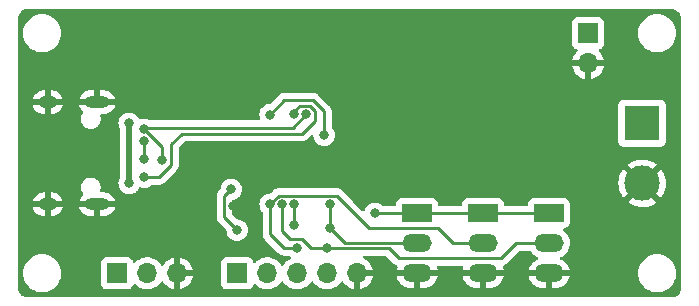
<source format=gbl>
G04 #@! TF.GenerationSoftware,KiCad,Pcbnew,(6.0.10-0)*
G04 #@! TF.CreationDate,2023-02-24T11:02:46+09:00*
G04 #@! TF.ProjectId,CH224K_PD_Decoy,43483232-344b-45f5-9044-5f4465636f79,0.5*
G04 #@! TF.SameCoordinates,Original*
G04 #@! TF.FileFunction,Copper,L2,Bot*
G04 #@! TF.FilePolarity,Positive*
%FSLAX46Y46*%
G04 Gerber Fmt 4.6, Leading zero omitted, Abs format (unit mm)*
G04 Created by KiCad (PCBNEW (6.0.10-0)) date 2023-02-24 11:02:46*
%MOMM*%
%LPD*%
G01*
G04 APERTURE LIST*
G04 #@! TA.AperFunction,ComponentPad*
%ADD10R,2.500000X1.500000*%
G04 #@! TD*
G04 #@! TA.AperFunction,ComponentPad*
%ADD11O,2.500000X1.500000*%
G04 #@! TD*
G04 #@! TA.AperFunction,ComponentPad*
%ADD12R,3.000000X3.000000*%
G04 #@! TD*
G04 #@! TA.AperFunction,ComponentPad*
%ADD13C,3.000000*%
G04 #@! TD*
G04 #@! TA.AperFunction,ComponentPad*
%ADD14R,1.700000X1.700000*%
G04 #@! TD*
G04 #@! TA.AperFunction,ComponentPad*
%ADD15O,1.700000X1.700000*%
G04 #@! TD*
G04 #@! TA.AperFunction,ComponentPad*
%ADD16O,1.600000X1.000000*%
G04 #@! TD*
G04 #@! TA.AperFunction,ComponentPad*
%ADD17O,2.100000X1.000000*%
G04 #@! TD*
G04 #@! TA.AperFunction,ViaPad*
%ADD18C,0.800000*%
G04 #@! TD*
G04 #@! TA.AperFunction,Conductor*
%ADD19C,0.250000*%
G04 #@! TD*
G04 #@! TA.AperFunction,Conductor*
%ADD20C,0.500000*%
G04 #@! TD*
G04 APERTURE END LIST*
D10*
X117856000Y-88900000D03*
D11*
X117856000Y-91440000D03*
X117856000Y-93980000D03*
D12*
X125730000Y-81280000D03*
D13*
X125730000Y-86360000D03*
D10*
X112268000Y-88900000D03*
D11*
X112268000Y-91440000D03*
X112268000Y-93980000D03*
D14*
X81280000Y-93980000D03*
D15*
X83820000Y-93980000D03*
X86360000Y-93980000D03*
D14*
X121158000Y-73655000D03*
D15*
X121158000Y-76195000D03*
D10*
X106680000Y-88900000D03*
D11*
X106680000Y-91440000D03*
X106680000Y-93980000D03*
D14*
X91445000Y-93980000D03*
D15*
X93985000Y-93980000D03*
X96525000Y-93980000D03*
X99065000Y-93980000D03*
X101605000Y-93980000D03*
D16*
X75404000Y-88140000D03*
D17*
X79584000Y-88140000D03*
X79584000Y-79500000D03*
D16*
X75404000Y-79500000D03*
D18*
X87630000Y-91440000D03*
X105410000Y-74930000D03*
X113030000Y-77470000D03*
X91059000Y-88265000D03*
X80010000Y-91440000D03*
X78740000Y-74930000D03*
X105410000Y-77470000D03*
X102870000Y-77470000D03*
X82296000Y-79756000D03*
X102870000Y-83820000D03*
X113030000Y-74930000D03*
X107950000Y-74930000D03*
X91948000Y-84328000D03*
X102870000Y-86360000D03*
X77470000Y-91440000D03*
X110490000Y-77470000D03*
X107950000Y-77470000D03*
X81280000Y-74930000D03*
X98552000Y-84328000D03*
X102870000Y-74930000D03*
X121920000Y-93980000D03*
X121920000Y-91440000D03*
X82296000Y-87884000D03*
X110490000Y-74930000D03*
X100330000Y-74930000D03*
X103124000Y-88900000D03*
X91440000Y-90325500D03*
X90932000Y-86868000D03*
X99314000Y-90170000D03*
X94236764Y-80541856D03*
X99314000Y-88137500D03*
X98806000Y-82296000D03*
X94234000Y-88138000D03*
X96520000Y-91852500D03*
X99060000Y-91852500D03*
X95250000Y-88138000D03*
X96266000Y-80518000D03*
X83566000Y-85852000D03*
X83566000Y-81804497D03*
X85053000Y-84365000D03*
X97282000Y-80518000D03*
X82296000Y-81280000D03*
X82296000Y-86360000D03*
X96266000Y-88138000D03*
X96266000Y-89916000D03*
X83566000Y-84294500D03*
X83566000Y-82804000D03*
D19*
X112268000Y-88900000D02*
X106680000Y-88900000D01*
X117856000Y-88900000D02*
X112268000Y-88900000D01*
X90334000Y-89219500D02*
X90334000Y-87466000D01*
X91440000Y-90325500D02*
X90334000Y-89219500D01*
X90334000Y-87466000D02*
X90932000Y-86868000D01*
X103124000Y-88900000D02*
X106680000Y-88900000D01*
X106642500Y-91402500D02*
X106680000Y-91440000D01*
X100546500Y-91402500D02*
X106642500Y-91402500D01*
X98806000Y-80264000D02*
X98806000Y-82296000D01*
X99314000Y-90170000D02*
X100546500Y-91402500D01*
X94236764Y-80541856D02*
X95435620Y-79343000D01*
X97885000Y-79343000D02*
X98806000Y-80264000D01*
X99314000Y-88137500D02*
X99314000Y-90170000D01*
X95435620Y-79343000D02*
X97885000Y-79343000D01*
X102616000Y-90170000D02*
X108458000Y-90170000D01*
X94234000Y-88138000D02*
X94234000Y-88128695D01*
X94234000Y-90678000D02*
X94234000Y-88138000D01*
X109728000Y-91440000D02*
X112268000Y-91440000D01*
X94949695Y-87413000D02*
X99859000Y-87413000D01*
X96520000Y-91852500D02*
X95408500Y-91852500D01*
X95408500Y-91852500D02*
X94234000Y-90678000D01*
X94234000Y-88128695D02*
X94949695Y-87413000D01*
X99859000Y-87413000D02*
X102616000Y-90170000D01*
X108458000Y-90170000D02*
X109728000Y-91440000D01*
X104298500Y-91852500D02*
X105156000Y-92710000D01*
X99060000Y-91852500D02*
X97695000Y-91852500D01*
X95250000Y-90424000D02*
X95250000Y-88138000D01*
X95885000Y-91059000D02*
X95250000Y-90424000D01*
X115062000Y-91440000D02*
X117856000Y-91440000D01*
X99060000Y-91852500D02*
X104298500Y-91852500D01*
X105156000Y-92710000D02*
X113792000Y-92710000D01*
X97695000Y-91852500D02*
X96901500Y-91059000D01*
X113792000Y-92710000D02*
X115062000Y-91440000D01*
X96901500Y-91059000D02*
X95885000Y-91059000D01*
X84836000Y-85852000D02*
X83566000Y-85852000D01*
X85852000Y-84836000D02*
X84836000Y-85852000D01*
X86741000Y-82169000D02*
X85852000Y-83058000D01*
X96901000Y-82169000D02*
X86741000Y-82169000D01*
X85852000Y-83058000D02*
X85852000Y-84836000D01*
X96266000Y-80264000D02*
X96737000Y-79793000D01*
X98007000Y-80217695D02*
X98007000Y-81063000D01*
X96737000Y-79793000D02*
X97582305Y-79793000D01*
X97582305Y-79793000D02*
X98007000Y-80217695D01*
X98007000Y-81063000D02*
X96901000Y-82169000D01*
X96266000Y-80518000D02*
X96266000Y-80264000D01*
X83591802Y-81804497D02*
X83566000Y-81804497D01*
X96157995Y-81651310D02*
X83719187Y-81651310D01*
X85053000Y-84365000D02*
X85053000Y-83265695D01*
X97282000Y-80527305D02*
X96157995Y-81651310D01*
X85053000Y-83265695D02*
X83591802Y-81804497D01*
X97282000Y-80518000D02*
X97282000Y-80527305D01*
X83719187Y-81651310D02*
X83566000Y-81804497D01*
D20*
X82296000Y-81280000D02*
X82296000Y-86360000D01*
D19*
X96266000Y-88138000D02*
X96266000Y-89916000D01*
X83566000Y-82804000D02*
X83566000Y-84294500D01*
G04 #@! TA.AperFunction,Conductor*
G36*
X93388260Y-71608077D02*
G01*
X128220527Y-71628471D01*
X128239827Y-71629970D01*
X128263724Y-71633691D01*
X128273659Y-71632392D01*
X128274746Y-71632250D01*
X128303431Y-71631793D01*
X128376741Y-71639013D01*
X128406212Y-71641916D01*
X128430432Y-71646733D01*
X128549546Y-71682866D01*
X128572355Y-71692315D01*
X128682124Y-71750987D01*
X128702655Y-71764705D01*
X128798876Y-71843671D01*
X128816329Y-71861124D01*
X128895295Y-71957345D01*
X128909013Y-71977876D01*
X128967685Y-72087645D01*
X128977134Y-72110454D01*
X129013267Y-72229568D01*
X129018084Y-72253789D01*
X129027541Y-72349809D01*
X129027091Y-72365868D01*
X129027800Y-72365877D01*
X129027690Y-72374853D01*
X129026309Y-72383724D01*
X129027473Y-72392626D01*
X129027473Y-72392628D01*
X129030436Y-72415283D01*
X129031500Y-72431621D01*
X129031500Y-95200633D01*
X129030000Y-95220018D01*
X129027858Y-95233777D01*
X129026309Y-95243724D01*
X129027473Y-95252626D01*
X129027750Y-95254746D01*
X129028207Y-95283431D01*
X129022820Y-95338131D01*
X129018084Y-95386212D01*
X129013267Y-95410432D01*
X128977134Y-95529546D01*
X128967685Y-95552355D01*
X128909013Y-95662124D01*
X128895295Y-95682655D01*
X128816329Y-95778876D01*
X128798876Y-95796329D01*
X128702655Y-95875295D01*
X128682124Y-95889013D01*
X128572355Y-95947685D01*
X128549546Y-95957134D01*
X128430432Y-95993267D01*
X128406211Y-95998084D01*
X128310191Y-96007541D01*
X128294132Y-96007091D01*
X128294123Y-96007800D01*
X128285147Y-96007690D01*
X128276276Y-96006309D01*
X128267374Y-96007473D01*
X128267372Y-96007473D01*
X128254856Y-96009110D01*
X128244714Y-96010436D01*
X128228379Y-96011500D01*
X73709367Y-96011500D01*
X73689982Y-96010000D01*
X73675148Y-96007690D01*
X73675145Y-96007690D01*
X73666276Y-96006309D01*
X73656341Y-96007608D01*
X73655254Y-96007750D01*
X73626569Y-96008207D01*
X73553259Y-96000987D01*
X73523788Y-95998084D01*
X73499568Y-95993267D01*
X73380454Y-95957134D01*
X73357645Y-95947685D01*
X73247876Y-95889013D01*
X73227345Y-95875295D01*
X73131124Y-95796329D01*
X73113671Y-95778876D01*
X73034705Y-95682655D01*
X73020987Y-95662124D01*
X72962315Y-95552355D01*
X72952866Y-95529546D01*
X72916733Y-95410432D01*
X72911916Y-95386212D01*
X72902711Y-95292755D01*
X72902607Y-95269151D01*
X72902768Y-95267354D01*
X72903576Y-95262552D01*
X72903729Y-95250000D01*
X72899773Y-95222376D01*
X72898500Y-95204514D01*
X72898500Y-93980000D01*
X73316526Y-93980000D01*
X73336391Y-94232403D01*
X73337545Y-94237210D01*
X73337546Y-94237216D01*
X73371206Y-94377418D01*
X73395495Y-94478591D01*
X73397388Y-94483162D01*
X73397389Y-94483164D01*
X73481415Y-94686020D01*
X73492384Y-94712502D01*
X73624672Y-94928376D01*
X73789102Y-95120898D01*
X73981624Y-95285328D01*
X74197498Y-95417616D01*
X74202068Y-95419509D01*
X74202072Y-95419511D01*
X74405451Y-95503753D01*
X74431409Y-95514505D01*
X74494018Y-95529536D01*
X74672784Y-95572454D01*
X74672790Y-95572455D01*
X74677597Y-95573609D01*
X74777416Y-95581465D01*
X74864345Y-95588307D01*
X74864352Y-95588307D01*
X74866801Y-95588500D01*
X74993199Y-95588500D01*
X74995648Y-95588307D01*
X74995655Y-95588307D01*
X75082584Y-95581465D01*
X75182403Y-95573609D01*
X75187210Y-95572455D01*
X75187216Y-95572454D01*
X75365982Y-95529536D01*
X75428591Y-95514505D01*
X75454549Y-95503753D01*
X75657928Y-95419511D01*
X75657932Y-95419509D01*
X75662502Y-95417616D01*
X75878376Y-95285328D01*
X76070898Y-95120898D01*
X76235328Y-94928376D01*
X76266116Y-94878134D01*
X79921500Y-94878134D01*
X79928255Y-94940316D01*
X79979385Y-95076705D01*
X80066739Y-95193261D01*
X80183295Y-95280615D01*
X80319684Y-95331745D01*
X80381866Y-95338500D01*
X82178134Y-95338500D01*
X82240316Y-95331745D01*
X82376705Y-95280615D01*
X82493261Y-95193261D01*
X82580615Y-95076705D01*
X82602799Y-95017529D01*
X82624598Y-94959382D01*
X82667240Y-94902618D01*
X82733802Y-94877918D01*
X82803150Y-94893126D01*
X82837817Y-94921114D01*
X82866250Y-94953938D01*
X83038126Y-95096632D01*
X83231000Y-95209338D01*
X83235825Y-95211180D01*
X83235826Y-95211181D01*
X83298527Y-95235124D01*
X83439692Y-95289030D01*
X83444760Y-95290061D01*
X83444763Y-95290062D01*
X83539862Y-95309410D01*
X83658597Y-95333567D01*
X83663772Y-95333757D01*
X83663774Y-95333757D01*
X83876673Y-95341564D01*
X83876677Y-95341564D01*
X83881837Y-95341753D01*
X83886957Y-95341097D01*
X83886959Y-95341097D01*
X84098288Y-95314025D01*
X84098289Y-95314025D01*
X84103416Y-95313368D01*
X84108366Y-95311883D01*
X84312429Y-95250661D01*
X84312434Y-95250659D01*
X84317384Y-95249174D01*
X84517994Y-95150896D01*
X84699860Y-95021173D01*
X84732079Y-94989067D01*
X84843616Y-94877918D01*
X84858096Y-94863489D01*
X84875892Y-94838724D01*
X84988453Y-94682077D01*
X84989640Y-94682930D01*
X85036960Y-94639362D01*
X85106897Y-94627145D01*
X85172338Y-94654678D01*
X85200166Y-94686511D01*
X85257694Y-94780388D01*
X85263777Y-94788699D01*
X85403213Y-94949667D01*
X85410580Y-94956883D01*
X85574434Y-95092916D01*
X85582881Y-95098831D01*
X85766756Y-95206279D01*
X85776042Y-95210729D01*
X85975001Y-95286703D01*
X85984899Y-95289579D01*
X86088250Y-95310606D01*
X86102299Y-95309410D01*
X86106000Y-95299065D01*
X86106000Y-95298517D01*
X86614000Y-95298517D01*
X86618064Y-95312359D01*
X86631478Y-95314393D01*
X86638184Y-95313534D01*
X86648262Y-95311392D01*
X86852255Y-95250191D01*
X86861842Y-95246433D01*
X87053095Y-95152739D01*
X87061945Y-95147464D01*
X87235328Y-95023792D01*
X87243200Y-95017139D01*
X87382690Y-94878134D01*
X90086500Y-94878134D01*
X90093255Y-94940316D01*
X90144385Y-95076705D01*
X90231739Y-95193261D01*
X90348295Y-95280615D01*
X90484684Y-95331745D01*
X90546866Y-95338500D01*
X92343134Y-95338500D01*
X92405316Y-95331745D01*
X92541705Y-95280615D01*
X92658261Y-95193261D01*
X92745615Y-95076705D01*
X92767799Y-95017529D01*
X92789598Y-94959382D01*
X92832240Y-94902618D01*
X92898802Y-94877918D01*
X92968150Y-94893126D01*
X93002817Y-94921114D01*
X93031250Y-94953938D01*
X93203126Y-95096632D01*
X93396000Y-95209338D01*
X93400825Y-95211180D01*
X93400826Y-95211181D01*
X93463527Y-95235124D01*
X93604692Y-95289030D01*
X93609760Y-95290061D01*
X93609763Y-95290062D01*
X93704862Y-95309410D01*
X93823597Y-95333567D01*
X93828772Y-95333757D01*
X93828774Y-95333757D01*
X94041673Y-95341564D01*
X94041677Y-95341564D01*
X94046837Y-95341753D01*
X94051957Y-95341097D01*
X94051959Y-95341097D01*
X94263288Y-95314025D01*
X94263289Y-95314025D01*
X94268416Y-95313368D01*
X94273366Y-95311883D01*
X94477429Y-95250661D01*
X94477434Y-95250659D01*
X94482384Y-95249174D01*
X94682994Y-95150896D01*
X94864860Y-95021173D01*
X94897079Y-94989067D01*
X95008616Y-94877918D01*
X95023096Y-94863489D01*
X95040892Y-94838724D01*
X95153453Y-94682077D01*
X95154776Y-94683028D01*
X95201645Y-94639857D01*
X95271580Y-94627625D01*
X95337026Y-94655144D01*
X95364875Y-94686994D01*
X95424987Y-94785088D01*
X95571250Y-94953938D01*
X95743126Y-95096632D01*
X95936000Y-95209338D01*
X95940825Y-95211180D01*
X95940826Y-95211181D01*
X96003527Y-95235124D01*
X96144692Y-95289030D01*
X96149760Y-95290061D01*
X96149763Y-95290062D01*
X96244862Y-95309410D01*
X96363597Y-95333567D01*
X96368772Y-95333757D01*
X96368774Y-95333757D01*
X96581673Y-95341564D01*
X96581677Y-95341564D01*
X96586837Y-95341753D01*
X96591957Y-95341097D01*
X96591959Y-95341097D01*
X96803288Y-95314025D01*
X96803289Y-95314025D01*
X96808416Y-95313368D01*
X96813366Y-95311883D01*
X97017429Y-95250661D01*
X97017434Y-95250659D01*
X97022384Y-95249174D01*
X97222994Y-95150896D01*
X97404860Y-95021173D01*
X97437079Y-94989067D01*
X97548616Y-94877918D01*
X97563096Y-94863489D01*
X97580892Y-94838724D01*
X97693453Y-94682077D01*
X97694776Y-94683028D01*
X97741645Y-94639857D01*
X97811580Y-94627625D01*
X97877026Y-94655144D01*
X97904875Y-94686994D01*
X97964987Y-94785088D01*
X98111250Y-94953938D01*
X98283126Y-95096632D01*
X98476000Y-95209338D01*
X98480825Y-95211180D01*
X98480826Y-95211181D01*
X98543527Y-95235124D01*
X98684692Y-95289030D01*
X98689760Y-95290061D01*
X98689763Y-95290062D01*
X98784862Y-95309410D01*
X98903597Y-95333567D01*
X98908772Y-95333757D01*
X98908774Y-95333757D01*
X99121673Y-95341564D01*
X99121677Y-95341564D01*
X99126837Y-95341753D01*
X99131957Y-95341097D01*
X99131959Y-95341097D01*
X99343288Y-95314025D01*
X99343289Y-95314025D01*
X99348416Y-95313368D01*
X99353366Y-95311883D01*
X99557429Y-95250661D01*
X99557434Y-95250659D01*
X99562384Y-95249174D01*
X99762994Y-95150896D01*
X99944860Y-95021173D01*
X99977079Y-94989067D01*
X100088616Y-94877918D01*
X100103096Y-94863489D01*
X100120892Y-94838724D01*
X100233453Y-94682077D01*
X100234640Y-94682930D01*
X100281960Y-94639362D01*
X100351897Y-94627145D01*
X100417338Y-94654678D01*
X100445166Y-94686511D01*
X100502694Y-94780388D01*
X100508777Y-94788699D01*
X100648213Y-94949667D01*
X100655580Y-94956883D01*
X100819434Y-95092916D01*
X100827881Y-95098831D01*
X101011756Y-95206279D01*
X101021042Y-95210729D01*
X101220001Y-95286703D01*
X101229899Y-95289579D01*
X101333250Y-95310606D01*
X101347299Y-95309410D01*
X101351000Y-95299065D01*
X101351000Y-95298517D01*
X101859000Y-95298517D01*
X101863064Y-95312359D01*
X101876478Y-95314393D01*
X101883184Y-95313534D01*
X101893262Y-95311392D01*
X102097255Y-95250191D01*
X102106842Y-95246433D01*
X102298095Y-95152739D01*
X102306945Y-95147464D01*
X102480328Y-95023792D01*
X102488200Y-95017139D01*
X102639052Y-94866812D01*
X102645730Y-94858965D01*
X102770003Y-94686020D01*
X102775313Y-94677183D01*
X102869670Y-94486267D01*
X102873469Y-94476672D01*
X102935377Y-94272910D01*
X102937555Y-94262837D01*
X102938986Y-94251962D01*
X102938326Y-94247728D01*
X104946114Y-94247728D01*
X104946166Y-94247973D01*
X105008898Y-94451883D01*
X105013119Y-94462229D01*
X105110971Y-94651814D01*
X105116957Y-94661245D01*
X105246832Y-94830501D01*
X105254393Y-94838724D01*
X105412194Y-94982312D01*
X105421094Y-94989067D01*
X105601815Y-95102434D01*
X105611781Y-95107511D01*
X105809714Y-95187080D01*
X105820429Y-95190315D01*
X106030301Y-95233777D01*
X106039438Y-95234980D01*
X106089990Y-95237895D01*
X106093637Y-95238000D01*
X106407885Y-95238000D01*
X106423124Y-95233525D01*
X106424329Y-95232135D01*
X106426000Y-95224452D01*
X106426000Y-95219885D01*
X106934000Y-95219885D01*
X106938475Y-95235124D01*
X106939865Y-95236329D01*
X106947548Y-95238000D01*
X107234175Y-95238000D01*
X107239770Y-95237751D01*
X107398078Y-95223622D01*
X107409092Y-95221640D01*
X107614860Y-95165349D01*
X107625341Y-95161451D01*
X107817903Y-95069603D01*
X107827516Y-95063918D01*
X108000767Y-94939425D01*
X108009233Y-94932117D01*
X108157692Y-94778918D01*
X108164735Y-94770221D01*
X108283719Y-94593156D01*
X108289105Y-94583358D01*
X108374857Y-94388010D01*
X108378422Y-94377418D01*
X108408624Y-94251616D01*
X108408429Y-94247728D01*
X110534114Y-94247728D01*
X110534166Y-94247973D01*
X110596898Y-94451883D01*
X110601119Y-94462229D01*
X110698971Y-94651814D01*
X110704957Y-94661245D01*
X110834832Y-94830501D01*
X110842393Y-94838724D01*
X111000194Y-94982312D01*
X111009094Y-94989067D01*
X111189815Y-95102434D01*
X111199781Y-95107511D01*
X111397714Y-95187080D01*
X111408429Y-95190315D01*
X111618301Y-95233777D01*
X111627438Y-95234980D01*
X111677990Y-95237895D01*
X111681637Y-95238000D01*
X111995885Y-95238000D01*
X112011124Y-95233525D01*
X112012329Y-95232135D01*
X112014000Y-95224452D01*
X112014000Y-95219885D01*
X112522000Y-95219885D01*
X112526475Y-95235124D01*
X112527865Y-95236329D01*
X112535548Y-95238000D01*
X112822175Y-95238000D01*
X112827770Y-95237751D01*
X112986078Y-95223622D01*
X112997092Y-95221640D01*
X113202860Y-95165349D01*
X113213341Y-95161451D01*
X113405903Y-95069603D01*
X113415516Y-95063918D01*
X113588767Y-94939425D01*
X113597233Y-94932117D01*
X113745692Y-94778918D01*
X113752735Y-94770221D01*
X113871719Y-94593156D01*
X113877105Y-94583358D01*
X113962857Y-94388010D01*
X113966422Y-94377418D01*
X113996624Y-94251616D01*
X113996429Y-94247728D01*
X116122114Y-94247728D01*
X116122166Y-94247973D01*
X116184898Y-94451883D01*
X116189119Y-94462229D01*
X116286971Y-94651814D01*
X116292957Y-94661245D01*
X116422832Y-94830501D01*
X116430393Y-94838724D01*
X116588194Y-94982312D01*
X116597094Y-94989067D01*
X116777815Y-95102434D01*
X116787781Y-95107511D01*
X116985714Y-95187080D01*
X116996429Y-95190315D01*
X117206301Y-95233777D01*
X117215438Y-95234980D01*
X117265990Y-95237895D01*
X117269637Y-95238000D01*
X117583885Y-95238000D01*
X117599124Y-95233525D01*
X117600329Y-95232135D01*
X117602000Y-95224452D01*
X117602000Y-95219885D01*
X118110000Y-95219885D01*
X118114475Y-95235124D01*
X118115865Y-95236329D01*
X118123548Y-95238000D01*
X118410175Y-95238000D01*
X118415770Y-95237751D01*
X118574078Y-95223622D01*
X118585092Y-95221640D01*
X118790860Y-95165349D01*
X118801341Y-95161451D01*
X118993903Y-95069603D01*
X119003516Y-95063918D01*
X119176767Y-94939425D01*
X119185233Y-94932117D01*
X119333692Y-94778918D01*
X119340735Y-94770221D01*
X119459719Y-94593156D01*
X119465105Y-94583358D01*
X119550857Y-94388010D01*
X119554422Y-94377418D01*
X119584624Y-94251616D01*
X119583919Y-94237530D01*
X119575040Y-94234000D01*
X118128115Y-94234000D01*
X118112876Y-94238475D01*
X118111671Y-94239865D01*
X118110000Y-94247548D01*
X118110000Y-95219885D01*
X117602000Y-95219885D01*
X117602000Y-94252115D01*
X117597525Y-94236876D01*
X117596135Y-94235671D01*
X117588452Y-94234000D01*
X116137589Y-94234000D01*
X116123607Y-94238105D01*
X116122114Y-94247728D01*
X113996429Y-94247728D01*
X113995919Y-94237530D01*
X113987040Y-94234000D01*
X112540115Y-94234000D01*
X112524876Y-94238475D01*
X112523671Y-94239865D01*
X112522000Y-94247548D01*
X112522000Y-95219885D01*
X112014000Y-95219885D01*
X112014000Y-94252115D01*
X112009525Y-94236876D01*
X112008135Y-94235671D01*
X112000452Y-94234000D01*
X110549589Y-94234000D01*
X110535607Y-94238105D01*
X110534114Y-94247728D01*
X108408429Y-94247728D01*
X108407919Y-94237530D01*
X108399040Y-94234000D01*
X106952115Y-94234000D01*
X106936876Y-94238475D01*
X106935671Y-94239865D01*
X106934000Y-94247548D01*
X106934000Y-95219885D01*
X106426000Y-95219885D01*
X106426000Y-94252115D01*
X106421525Y-94236876D01*
X106420135Y-94235671D01*
X106412452Y-94234000D01*
X104961589Y-94234000D01*
X104947607Y-94238105D01*
X104946114Y-94247728D01*
X102938326Y-94247728D01*
X102936775Y-94237778D01*
X102923617Y-94234000D01*
X101877115Y-94234000D01*
X101861876Y-94238475D01*
X101860671Y-94239865D01*
X101859000Y-94247548D01*
X101859000Y-95298517D01*
X101351000Y-95298517D01*
X101351000Y-93980000D01*
X125386526Y-93980000D01*
X125406391Y-94232403D01*
X125407545Y-94237210D01*
X125407546Y-94237216D01*
X125441206Y-94377418D01*
X125465495Y-94478591D01*
X125467388Y-94483162D01*
X125467389Y-94483164D01*
X125551415Y-94686020D01*
X125562384Y-94712502D01*
X125694672Y-94928376D01*
X125859102Y-95120898D01*
X126051624Y-95285328D01*
X126267498Y-95417616D01*
X126272068Y-95419509D01*
X126272072Y-95419511D01*
X126475451Y-95503753D01*
X126501409Y-95514505D01*
X126564018Y-95529536D01*
X126742784Y-95572454D01*
X126742790Y-95572455D01*
X126747597Y-95573609D01*
X126847416Y-95581465D01*
X126934345Y-95588307D01*
X126934352Y-95588307D01*
X126936801Y-95588500D01*
X127063199Y-95588500D01*
X127065648Y-95588307D01*
X127065655Y-95588307D01*
X127152584Y-95581465D01*
X127252403Y-95573609D01*
X127257210Y-95572455D01*
X127257216Y-95572454D01*
X127435982Y-95529536D01*
X127498591Y-95514505D01*
X127524549Y-95503753D01*
X127727928Y-95419511D01*
X127727932Y-95419509D01*
X127732502Y-95417616D01*
X127948376Y-95285328D01*
X128140898Y-95120898D01*
X128305328Y-94928376D01*
X128437616Y-94712502D01*
X128448586Y-94686020D01*
X128532611Y-94483164D01*
X128532612Y-94483162D01*
X128534505Y-94478591D01*
X128558794Y-94377418D01*
X128592454Y-94237216D01*
X128592455Y-94237210D01*
X128593609Y-94232403D01*
X128613474Y-93980000D01*
X128593609Y-93727597D01*
X128592379Y-93722470D01*
X128547641Y-93536124D01*
X128534505Y-93481409D01*
X128532611Y-93476836D01*
X128439511Y-93252072D01*
X128439509Y-93252068D01*
X128437616Y-93247498D01*
X128305328Y-93031624D01*
X128140898Y-92839102D01*
X127948376Y-92674672D01*
X127732502Y-92542384D01*
X127727932Y-92540491D01*
X127727928Y-92540489D01*
X127503164Y-92447389D01*
X127503162Y-92447388D01*
X127498591Y-92445495D01*
X127400864Y-92422033D01*
X127257216Y-92387546D01*
X127257210Y-92387545D01*
X127252403Y-92386391D01*
X127152584Y-92378535D01*
X127065655Y-92371693D01*
X127065648Y-92371693D01*
X127063199Y-92371500D01*
X126936801Y-92371500D01*
X126934352Y-92371693D01*
X126934345Y-92371693D01*
X126847416Y-92378535D01*
X126747597Y-92386391D01*
X126742790Y-92387545D01*
X126742784Y-92387546D01*
X126599136Y-92422033D01*
X126501409Y-92445495D01*
X126496838Y-92447388D01*
X126496836Y-92447389D01*
X126272072Y-92540489D01*
X126272068Y-92540491D01*
X126267498Y-92542384D01*
X126051624Y-92674672D01*
X125859102Y-92839102D01*
X125694672Y-93031624D01*
X125562384Y-93247498D01*
X125560491Y-93252068D01*
X125560489Y-93252072D01*
X125467389Y-93476836D01*
X125465495Y-93481409D01*
X125452359Y-93536124D01*
X125407622Y-93722470D01*
X125406391Y-93727597D01*
X125386526Y-93980000D01*
X101351000Y-93980000D01*
X101351000Y-93852000D01*
X101371002Y-93783879D01*
X101424658Y-93737386D01*
X101477000Y-93726000D01*
X102923344Y-93726000D01*
X102936875Y-93722027D01*
X102938180Y-93712947D01*
X102896214Y-93545875D01*
X102892894Y-93536124D01*
X102807972Y-93340814D01*
X102803105Y-93331739D01*
X102687426Y-93152926D01*
X102681136Y-93144757D01*
X102537806Y-92987240D01*
X102530273Y-92980215D01*
X102363139Y-92848222D01*
X102354552Y-92842517D01*
X102168117Y-92739599D01*
X102158702Y-92735367D01*
X102145728Y-92730773D01*
X102088191Y-92689180D01*
X102062275Y-92623082D01*
X102076208Y-92553466D01*
X102125567Y-92502434D01*
X102187787Y-92486000D01*
X103983905Y-92486000D01*
X104052026Y-92506002D01*
X104073001Y-92522905D01*
X104652353Y-93102258D01*
X104659887Y-93110537D01*
X104664000Y-93117018D01*
X104713651Y-93163643D01*
X104716493Y-93166398D01*
X104736230Y-93186135D01*
X104739427Y-93188615D01*
X104748447Y-93196318D01*
X104780679Y-93226586D01*
X104787625Y-93230405D01*
X104787628Y-93230407D01*
X104798434Y-93236348D01*
X104814953Y-93247199D01*
X104830959Y-93259614D01*
X104838228Y-93262759D01*
X104838232Y-93262762D01*
X104871537Y-93277174D01*
X104882187Y-93282391D01*
X104920940Y-93303695D01*
X104928615Y-93305666D01*
X104928616Y-93305666D01*
X104940562Y-93308733D01*
X104959081Y-93315057D01*
X104959335Y-93315167D01*
X105013981Y-93360489D01*
X105035450Y-93428162D01*
X105024852Y-93481528D01*
X104985146Y-93571980D01*
X104981578Y-93582582D01*
X104951376Y-93708384D01*
X104952081Y-93722470D01*
X104960960Y-93726000D01*
X108398411Y-93726000D01*
X108412393Y-93721895D01*
X108413886Y-93712272D01*
X108413835Y-93712030D01*
X108350620Y-93506550D01*
X108349708Y-93435559D01*
X108387320Y-93375344D01*
X108451517Y-93345023D01*
X108471050Y-93343500D01*
X110480527Y-93343500D01*
X110548648Y-93363502D01*
X110595141Y-93417158D01*
X110605245Y-93487432D01*
X110595901Y-93520145D01*
X110573143Y-93571990D01*
X110569578Y-93582582D01*
X110539376Y-93708384D01*
X110540081Y-93722470D01*
X110548960Y-93726000D01*
X113986411Y-93726000D01*
X114000393Y-93721895D01*
X114001886Y-93712272D01*
X114001834Y-93712027D01*
X113939102Y-93508116D01*
X113934879Y-93497767D01*
X113928994Y-93486366D01*
X113915523Y-93416659D01*
X113941877Y-93350735D01*
X114005806Y-93307577D01*
X114011865Y-93305817D01*
X114045593Y-93296018D01*
X114052412Y-93291985D01*
X114052417Y-93291983D01*
X114063028Y-93285707D01*
X114080776Y-93277012D01*
X114099617Y-93269552D01*
X114135387Y-93243564D01*
X114145307Y-93237048D01*
X114176535Y-93218580D01*
X114176538Y-93218578D01*
X114183362Y-93214542D01*
X114197683Y-93200221D01*
X114212717Y-93187380D01*
X114218290Y-93183331D01*
X114229107Y-93175472D01*
X114257298Y-93141395D01*
X114265288Y-93132616D01*
X115287499Y-92110405D01*
X115349811Y-92076379D01*
X115376594Y-92073500D01*
X116193553Y-92073500D01*
X116261674Y-92093502D01*
X116293515Y-92122796D01*
X116422461Y-92290841D01*
X116422465Y-92290845D01*
X116425877Y-92295292D01*
X116592036Y-92446485D01*
X116596783Y-92449463D01*
X116596786Y-92449465D01*
X116733533Y-92535245D01*
X116782344Y-92565864D01*
X116850378Y-92593214D01*
X116906120Y-92637178D01*
X116929245Y-92704303D01*
X116912408Y-92773274D01*
X116857624Y-92823845D01*
X116718097Y-92890397D01*
X116708484Y-92896082D01*
X116535233Y-93020575D01*
X116526767Y-93027883D01*
X116378308Y-93181082D01*
X116371265Y-93189779D01*
X116252281Y-93366844D01*
X116246895Y-93376642D01*
X116161143Y-93571990D01*
X116157578Y-93582582D01*
X116127376Y-93708384D01*
X116128081Y-93722470D01*
X116136960Y-93726000D01*
X119574411Y-93726000D01*
X119588393Y-93721895D01*
X119589886Y-93712272D01*
X119589834Y-93712027D01*
X119527102Y-93508117D01*
X119522881Y-93497771D01*
X119425029Y-93308186D01*
X119419043Y-93298755D01*
X119289168Y-93129499D01*
X119281607Y-93121276D01*
X119123806Y-92977688D01*
X119114906Y-92970933D01*
X118934185Y-92857566D01*
X118924219Y-92852489D01*
X118861642Y-92827333D01*
X118805897Y-92783367D01*
X118782772Y-92716242D01*
X118799609Y-92647271D01*
X118854393Y-92596700D01*
X118914664Y-92567952D01*
X118999218Y-92527622D01*
X119181654Y-92396529D01*
X119322684Y-92250998D01*
X119334089Y-92239229D01*
X119334091Y-92239226D01*
X119337992Y-92235201D01*
X119455137Y-92060871D01*
X119460164Y-92053390D01*
X119463290Y-92048738D01*
X119553588Y-91843033D01*
X119606032Y-91624589D01*
X119610879Y-91540525D01*
X119618640Y-91405917D01*
X119618640Y-91405914D01*
X119618963Y-91400310D01*
X119591975Y-91177285D01*
X119525918Y-90962565D01*
X119523337Y-90957563D01*
X119425454Y-90767919D01*
X119425454Y-90767918D01*
X119422882Y-90762936D01*
X119286123Y-90584708D01*
X119119964Y-90433515D01*
X119115217Y-90430537D01*
X119115214Y-90430535D01*
X119052568Y-90391238D01*
X119005491Y-90338094D01*
X118994618Y-90267935D01*
X119023402Y-90203035D01*
X119082704Y-90164000D01*
X119119524Y-90158500D01*
X119154134Y-90158500D01*
X119216316Y-90151745D01*
X119352705Y-90100615D01*
X119469261Y-90013261D01*
X119556615Y-89896705D01*
X119607745Y-89760316D01*
X119614500Y-89698134D01*
X119614500Y-88101866D01*
X119607745Y-88039684D01*
X119573994Y-87949654D01*
X124505618Y-87949654D01*
X124512673Y-87959627D01*
X124543679Y-87985551D01*
X124550598Y-87990579D01*
X124775272Y-88131515D01*
X124782807Y-88135556D01*
X125024520Y-88244694D01*
X125032551Y-88247680D01*
X125286832Y-88323002D01*
X125295184Y-88324869D01*
X125557340Y-88364984D01*
X125565874Y-88365700D01*
X125831045Y-88369867D01*
X125839596Y-88369418D01*
X126102883Y-88337557D01*
X126111284Y-88335955D01*
X126367824Y-88268653D01*
X126375926Y-88265926D01*
X126620949Y-88164434D01*
X126628617Y-88160628D01*
X126857598Y-88026822D01*
X126864679Y-88022009D01*
X126944655Y-87959301D01*
X126953125Y-87947442D01*
X126946608Y-87935818D01*
X125742812Y-86732022D01*
X125728868Y-86724408D01*
X125727035Y-86724539D01*
X125720420Y-86728790D01*
X124512910Y-87936300D01*
X124505618Y-87949654D01*
X119573994Y-87949654D01*
X119556615Y-87903295D01*
X119469261Y-87786739D01*
X119352705Y-87699385D01*
X119216316Y-87648255D01*
X119154134Y-87641500D01*
X116557866Y-87641500D01*
X116495684Y-87648255D01*
X116359295Y-87699385D01*
X116242739Y-87786739D01*
X116155385Y-87903295D01*
X116104255Y-88039684D01*
X116097500Y-88101866D01*
X116097500Y-88140500D01*
X116077498Y-88208621D01*
X116023842Y-88255114D01*
X115971500Y-88266500D01*
X114152500Y-88266500D01*
X114084379Y-88246498D01*
X114037886Y-88192842D01*
X114026500Y-88140500D01*
X114026500Y-88101866D01*
X114019745Y-88039684D01*
X113968615Y-87903295D01*
X113881261Y-87786739D01*
X113764705Y-87699385D01*
X113628316Y-87648255D01*
X113566134Y-87641500D01*
X110969866Y-87641500D01*
X110907684Y-87648255D01*
X110771295Y-87699385D01*
X110654739Y-87786739D01*
X110567385Y-87903295D01*
X110516255Y-88039684D01*
X110509500Y-88101866D01*
X110509500Y-88140500D01*
X110489498Y-88208621D01*
X110435842Y-88255114D01*
X110383500Y-88266500D01*
X108564500Y-88266500D01*
X108496379Y-88246498D01*
X108449886Y-88192842D01*
X108438500Y-88140500D01*
X108438500Y-88101866D01*
X108431745Y-88039684D01*
X108380615Y-87903295D01*
X108293261Y-87786739D01*
X108176705Y-87699385D01*
X108040316Y-87648255D01*
X107978134Y-87641500D01*
X105381866Y-87641500D01*
X105319684Y-87648255D01*
X105183295Y-87699385D01*
X105066739Y-87786739D01*
X104979385Y-87903295D01*
X104928255Y-88039684D01*
X104921500Y-88101866D01*
X104921500Y-88140500D01*
X104901498Y-88208621D01*
X104847842Y-88255114D01*
X104795500Y-88266500D01*
X103832200Y-88266500D01*
X103764079Y-88246498D01*
X103744853Y-88230157D01*
X103744580Y-88230460D01*
X103739668Y-88226037D01*
X103735253Y-88221134D01*
X103696313Y-88192842D01*
X103586094Y-88112763D01*
X103586093Y-88112762D01*
X103580752Y-88108882D01*
X103574724Y-88106198D01*
X103574722Y-88106197D01*
X103412319Y-88033891D01*
X103412318Y-88033891D01*
X103406288Y-88031206D01*
X103312887Y-88011353D01*
X103225944Y-87992872D01*
X103225939Y-87992872D01*
X103219487Y-87991500D01*
X103028513Y-87991500D01*
X103022061Y-87992872D01*
X103022056Y-87992872D01*
X102935113Y-88011353D01*
X102841712Y-88031206D01*
X102835682Y-88033891D01*
X102835681Y-88033891D01*
X102673278Y-88106197D01*
X102673276Y-88106198D01*
X102667248Y-88108882D01*
X102661907Y-88112762D01*
X102661906Y-88112763D01*
X102627859Y-88137500D01*
X102512747Y-88221134D01*
X102508326Y-88226044D01*
X102508325Y-88226045D01*
X102410937Y-88334206D01*
X102384960Y-88363056D01*
X102357102Y-88411308D01*
X102297363Y-88514779D01*
X102289473Y-88528444D01*
X102287432Y-88534726D01*
X102250225Y-88649235D01*
X102210151Y-88707840D01*
X102144754Y-88735477D01*
X102074797Y-88723370D01*
X102041297Y-88699393D01*
X101283699Y-87941794D01*
X100362652Y-87020747D01*
X100355112Y-87012461D01*
X100351000Y-87005982D01*
X100325034Y-86981598D01*
X100301349Y-86959357D01*
X100298507Y-86956602D01*
X100278770Y-86936865D01*
X100275573Y-86934385D01*
X100266551Y-86926680D01*
X100258604Y-86919217D01*
X100234321Y-86896414D01*
X100227375Y-86892595D01*
X100227372Y-86892593D01*
X100216566Y-86886652D01*
X100200047Y-86875801D01*
X100198453Y-86874565D01*
X100184041Y-86863386D01*
X100176772Y-86860241D01*
X100176768Y-86860238D01*
X100143463Y-86845826D01*
X100132813Y-86840609D01*
X100094060Y-86819305D01*
X100074437Y-86814267D01*
X100055734Y-86807863D01*
X100044420Y-86802967D01*
X100044419Y-86802967D01*
X100037145Y-86799819D01*
X100029322Y-86798580D01*
X100029312Y-86798577D01*
X99993476Y-86792901D01*
X99981856Y-86790495D01*
X99946711Y-86781472D01*
X99946710Y-86781472D01*
X99939030Y-86779500D01*
X99918776Y-86779500D01*
X99899065Y-86777949D01*
X99886886Y-86776020D01*
X99879057Y-86774780D01*
X99849786Y-86777547D01*
X99835039Y-86778941D01*
X99823181Y-86779500D01*
X95028463Y-86779500D01*
X95017280Y-86778973D01*
X95009787Y-86777298D01*
X95001861Y-86777547D01*
X95001860Y-86777547D01*
X94941697Y-86779438D01*
X94937739Y-86779500D01*
X94909839Y-86779500D01*
X94905849Y-86780004D01*
X94894015Y-86780936D01*
X94849806Y-86782326D01*
X94842190Y-86784539D01*
X94842188Y-86784539D01*
X94830347Y-86787979D01*
X94810988Y-86791988D01*
X94809678Y-86792154D01*
X94790898Y-86794526D01*
X94783532Y-86797442D01*
X94783526Y-86797444D01*
X94749793Y-86810800D01*
X94738563Y-86814645D01*
X94722523Y-86819305D01*
X94696102Y-86826981D01*
X94689279Y-86831016D01*
X94678661Y-86837295D01*
X94660908Y-86845992D01*
X94653263Y-86849019D01*
X94642078Y-86853448D01*
X94631085Y-86861435D01*
X94606307Y-86879437D01*
X94596390Y-86885951D01*
X94558333Y-86908458D01*
X94544012Y-86922779D01*
X94528979Y-86935619D01*
X94512588Y-86947528D01*
X94507535Y-86953636D01*
X94484403Y-86981598D01*
X94476413Y-86990378D01*
X94274196Y-87192595D01*
X94211884Y-87226621D01*
X94185101Y-87229500D01*
X94138513Y-87229500D01*
X94132061Y-87230872D01*
X94132056Y-87230872D01*
X94064279Y-87245279D01*
X93951712Y-87269206D01*
X93945682Y-87271891D01*
X93945681Y-87271891D01*
X93783278Y-87344197D01*
X93783276Y-87344198D01*
X93777248Y-87346882D01*
X93771907Y-87350762D01*
X93771906Y-87350763D01*
X93734020Y-87378289D01*
X93622747Y-87459134D01*
X93618326Y-87464044D01*
X93618325Y-87464045D01*
X93540257Y-87550749D01*
X93494960Y-87601056D01*
X93399473Y-87766444D01*
X93340458Y-87948072D01*
X93339768Y-87954633D01*
X93339768Y-87954635D01*
X93331720Y-88031206D01*
X93320496Y-88138000D01*
X93321186Y-88144565D01*
X93339716Y-88320865D01*
X93340458Y-88327928D01*
X93399473Y-88509556D01*
X93402776Y-88515278D01*
X93402777Y-88515279D01*
X93409324Y-88526619D01*
X93494960Y-88674944D01*
X93568137Y-88756215D01*
X93598853Y-88820221D01*
X93600500Y-88840524D01*
X93600500Y-90599233D01*
X93599973Y-90610416D01*
X93598298Y-90617909D01*
X93598547Y-90625835D01*
X93598547Y-90625836D01*
X93600438Y-90685986D01*
X93600500Y-90689945D01*
X93600500Y-90717856D01*
X93600997Y-90721790D01*
X93600997Y-90721791D01*
X93601005Y-90721856D01*
X93601938Y-90733693D01*
X93603327Y-90777889D01*
X93608978Y-90797339D01*
X93612987Y-90816700D01*
X93615526Y-90836797D01*
X93618445Y-90844168D01*
X93618445Y-90844170D01*
X93631804Y-90877912D01*
X93635649Y-90889142D01*
X93640671Y-90906427D01*
X93647982Y-90931593D01*
X93658292Y-90949025D01*
X93666991Y-90966781D01*
X93674448Y-90985617D01*
X93679110Y-90992033D01*
X93679110Y-90992034D01*
X93700436Y-91021387D01*
X93706952Y-91031307D01*
X93724739Y-91061382D01*
X93729458Y-91069362D01*
X93743779Y-91083683D01*
X93756619Y-91098716D01*
X93768528Y-91115107D01*
X93774634Y-91120158D01*
X93802605Y-91143298D01*
X93811384Y-91151288D01*
X94904848Y-92244753D01*
X94912388Y-92253039D01*
X94916500Y-92259518D01*
X94922277Y-92264943D01*
X94966151Y-92306143D01*
X94968993Y-92308898D01*
X94988730Y-92328635D01*
X94991927Y-92331115D01*
X95000947Y-92338818D01*
X95033179Y-92369086D01*
X95040125Y-92372905D01*
X95040128Y-92372907D01*
X95050934Y-92378848D01*
X95067453Y-92389699D01*
X95083459Y-92402114D01*
X95090728Y-92405259D01*
X95090732Y-92405262D01*
X95124037Y-92419674D01*
X95134686Y-92424890D01*
X95173440Y-92446195D01*
X95181115Y-92448166D01*
X95181116Y-92448166D01*
X95193062Y-92451233D01*
X95211766Y-92457637D01*
X95211769Y-92457638D01*
X95230355Y-92465681D01*
X95238178Y-92466920D01*
X95238188Y-92466923D01*
X95274024Y-92472599D01*
X95285644Y-92475005D01*
X95320789Y-92484028D01*
X95328470Y-92486000D01*
X95348724Y-92486000D01*
X95368434Y-92487551D01*
X95388443Y-92490720D01*
X95396335Y-92489974D01*
X95432461Y-92486559D01*
X95444319Y-92486000D01*
X95811800Y-92486000D01*
X95879921Y-92506002D01*
X95899147Y-92522343D01*
X95899420Y-92522040D01*
X95904332Y-92526462D01*
X95908747Y-92531366D01*
X95934706Y-92550227D01*
X95978060Y-92606447D01*
X95984136Y-92677183D01*
X95951004Y-92739975D01*
X95918827Y-92763925D01*
X95798607Y-92826507D01*
X95794474Y-92829610D01*
X95794471Y-92829612D01*
X95624100Y-92957530D01*
X95619965Y-92960635D01*
X95616393Y-92964373D01*
X95508729Y-93077037D01*
X95465629Y-93122138D01*
X95358201Y-93279621D01*
X95303293Y-93324621D01*
X95232768Y-93332792D01*
X95169021Y-93301538D01*
X95148324Y-93277054D01*
X95067822Y-93152617D01*
X95067820Y-93152614D01*
X95065014Y-93148277D01*
X94914670Y-92983051D01*
X94910619Y-92979852D01*
X94910615Y-92979848D01*
X94743414Y-92847800D01*
X94743410Y-92847798D01*
X94739359Y-92844598D01*
X94708084Y-92827333D01*
X94687136Y-92815769D01*
X94543789Y-92736638D01*
X94538920Y-92734914D01*
X94538916Y-92734912D01*
X94338087Y-92663795D01*
X94338083Y-92663794D01*
X94333212Y-92662069D01*
X94328119Y-92661162D01*
X94328116Y-92661161D01*
X94118373Y-92623800D01*
X94118367Y-92623799D01*
X94113284Y-92622894D01*
X94039452Y-92621992D01*
X93895081Y-92620228D01*
X93895079Y-92620228D01*
X93889911Y-92620165D01*
X93669091Y-92653955D01*
X93456756Y-92723357D01*
X93424833Y-92739975D01*
X93263721Y-92823845D01*
X93258607Y-92826507D01*
X93254474Y-92829610D01*
X93254471Y-92829612D01*
X93084100Y-92957530D01*
X93079965Y-92960635D01*
X93008100Y-93035838D01*
X92999283Y-93045064D01*
X92937759Y-93080494D01*
X92866846Y-93077037D01*
X92809060Y-93035791D01*
X92790207Y-93002243D01*
X92748767Y-92891703D01*
X92745615Y-92883295D01*
X92658261Y-92766739D01*
X92541705Y-92679385D01*
X92405316Y-92628255D01*
X92343134Y-92621500D01*
X90546866Y-92621500D01*
X90484684Y-92628255D01*
X90348295Y-92679385D01*
X90231739Y-92766739D01*
X90144385Y-92883295D01*
X90093255Y-93019684D01*
X90086500Y-93081866D01*
X90086500Y-94878134D01*
X87382690Y-94878134D01*
X87394052Y-94866812D01*
X87400730Y-94858965D01*
X87525003Y-94686020D01*
X87530313Y-94677183D01*
X87624670Y-94486267D01*
X87628469Y-94476672D01*
X87690377Y-94272910D01*
X87692555Y-94262837D01*
X87693986Y-94251962D01*
X87691775Y-94237778D01*
X87678617Y-94234000D01*
X86632115Y-94234000D01*
X86616876Y-94238475D01*
X86615671Y-94239865D01*
X86614000Y-94247548D01*
X86614000Y-95298517D01*
X86106000Y-95298517D01*
X86106000Y-93707885D01*
X86614000Y-93707885D01*
X86618475Y-93723124D01*
X86619865Y-93724329D01*
X86627548Y-93726000D01*
X87678344Y-93726000D01*
X87691875Y-93722027D01*
X87693180Y-93712947D01*
X87651214Y-93545875D01*
X87647894Y-93536124D01*
X87562972Y-93340814D01*
X87558105Y-93331739D01*
X87442426Y-93152926D01*
X87436136Y-93144757D01*
X87292806Y-92987240D01*
X87285273Y-92980215D01*
X87118139Y-92848222D01*
X87109552Y-92842517D01*
X86923117Y-92739599D01*
X86913705Y-92735369D01*
X86712959Y-92664280D01*
X86702988Y-92661646D01*
X86631837Y-92648972D01*
X86618540Y-92650432D01*
X86614000Y-92664989D01*
X86614000Y-93707885D01*
X86106000Y-93707885D01*
X86106000Y-92663102D01*
X86102082Y-92649758D01*
X86087806Y-92647771D01*
X86049324Y-92653660D01*
X86039288Y-92656051D01*
X85836868Y-92722212D01*
X85827359Y-92726209D01*
X85638463Y-92824542D01*
X85629738Y-92830036D01*
X85459433Y-92957905D01*
X85451726Y-92964748D01*
X85304590Y-93118717D01*
X85298109Y-93126722D01*
X85193498Y-93280074D01*
X85138587Y-93325076D01*
X85068062Y-93333247D01*
X85004315Y-93301993D01*
X84983618Y-93277509D01*
X84902822Y-93152617D01*
X84902820Y-93152614D01*
X84900014Y-93148277D01*
X84749670Y-92983051D01*
X84745619Y-92979852D01*
X84745615Y-92979848D01*
X84578414Y-92847800D01*
X84578410Y-92847798D01*
X84574359Y-92844598D01*
X84543084Y-92827333D01*
X84522136Y-92815769D01*
X84378789Y-92736638D01*
X84373920Y-92734914D01*
X84373916Y-92734912D01*
X84173087Y-92663795D01*
X84173083Y-92663794D01*
X84168212Y-92662069D01*
X84163119Y-92661162D01*
X84163116Y-92661161D01*
X83953373Y-92623800D01*
X83953367Y-92623799D01*
X83948284Y-92622894D01*
X83874452Y-92621992D01*
X83730081Y-92620228D01*
X83730079Y-92620228D01*
X83724911Y-92620165D01*
X83504091Y-92653955D01*
X83291756Y-92723357D01*
X83259833Y-92739975D01*
X83098721Y-92823845D01*
X83093607Y-92826507D01*
X83089474Y-92829610D01*
X83089471Y-92829612D01*
X82919100Y-92957530D01*
X82914965Y-92960635D01*
X82843100Y-93035838D01*
X82834283Y-93045064D01*
X82772759Y-93080494D01*
X82701846Y-93077037D01*
X82644060Y-93035791D01*
X82625207Y-93002243D01*
X82583767Y-92891703D01*
X82580615Y-92883295D01*
X82493261Y-92766739D01*
X82376705Y-92679385D01*
X82240316Y-92628255D01*
X82178134Y-92621500D01*
X80381866Y-92621500D01*
X80319684Y-92628255D01*
X80183295Y-92679385D01*
X80066739Y-92766739D01*
X79979385Y-92883295D01*
X79928255Y-93019684D01*
X79921500Y-93081866D01*
X79921500Y-94878134D01*
X76266116Y-94878134D01*
X76367616Y-94712502D01*
X76378586Y-94686020D01*
X76462611Y-94483164D01*
X76462612Y-94483162D01*
X76464505Y-94478591D01*
X76488794Y-94377418D01*
X76522454Y-94237216D01*
X76522455Y-94237210D01*
X76523609Y-94232403D01*
X76543474Y-93980000D01*
X76523609Y-93727597D01*
X76522379Y-93722470D01*
X76477641Y-93536124D01*
X76464505Y-93481409D01*
X76462611Y-93476836D01*
X76369511Y-93252072D01*
X76369509Y-93252068D01*
X76367616Y-93247498D01*
X76235328Y-93031624D01*
X76070898Y-92839102D01*
X75878376Y-92674672D01*
X75662502Y-92542384D01*
X75657932Y-92540491D01*
X75657928Y-92540489D01*
X75433164Y-92447389D01*
X75433162Y-92447388D01*
X75428591Y-92445495D01*
X75330864Y-92422033D01*
X75187216Y-92387546D01*
X75187210Y-92387545D01*
X75182403Y-92386391D01*
X75082584Y-92378535D01*
X74995655Y-92371693D01*
X74995648Y-92371693D01*
X74993199Y-92371500D01*
X74866801Y-92371500D01*
X74864352Y-92371693D01*
X74864345Y-92371693D01*
X74777416Y-92378535D01*
X74677597Y-92386391D01*
X74672790Y-92387545D01*
X74672784Y-92387546D01*
X74529136Y-92422033D01*
X74431409Y-92445495D01*
X74426838Y-92447388D01*
X74426836Y-92447389D01*
X74202072Y-92540489D01*
X74202068Y-92540491D01*
X74197498Y-92542384D01*
X73981624Y-92674672D01*
X73789102Y-92839102D01*
X73624672Y-93031624D01*
X73492384Y-93247498D01*
X73490491Y-93252068D01*
X73490489Y-93252072D01*
X73397389Y-93476836D01*
X73395495Y-93481409D01*
X73382359Y-93536124D01*
X73337622Y-93722470D01*
X73336391Y-93727597D01*
X73316526Y-93980000D01*
X72898500Y-93980000D01*
X72898500Y-88405768D01*
X74131425Y-88405768D01*
X74163138Y-88513521D01*
X74167731Y-88524889D01*
X74253607Y-88689154D01*
X74260321Y-88699415D01*
X74376468Y-88843873D01*
X74385046Y-88852632D01*
X74527039Y-88971778D01*
X74537159Y-88978708D01*
X74699585Y-89068002D01*
X74710858Y-89072834D01*
X74887538Y-89128880D01*
X74899532Y-89131430D01*
X75043761Y-89147607D01*
X75050785Y-89148000D01*
X75131885Y-89148000D01*
X75147124Y-89143525D01*
X75148329Y-89142135D01*
X75150000Y-89134452D01*
X75150000Y-89129885D01*
X75658000Y-89129885D01*
X75662475Y-89145124D01*
X75663865Y-89146329D01*
X75671548Y-89148000D01*
X75750657Y-89148000D01*
X75756805Y-89147699D01*
X75894603Y-89134188D01*
X75906638Y-89131805D01*
X76084076Y-89078233D01*
X76095416Y-89073559D01*
X76259077Y-88986540D01*
X76269294Y-88979751D01*
X76412933Y-88862603D01*
X76421637Y-88853959D01*
X76539784Y-88711144D01*
X76546644Y-88700973D01*
X76634804Y-88537924D01*
X76639556Y-88526619D01*
X76675250Y-88411308D01*
X76675331Y-88405768D01*
X78061425Y-88405768D01*
X78093138Y-88513521D01*
X78097731Y-88524889D01*
X78183607Y-88689154D01*
X78190321Y-88699415D01*
X78306468Y-88843873D01*
X78315046Y-88852632D01*
X78457039Y-88971778D01*
X78467159Y-88978708D01*
X78629585Y-89068002D01*
X78640858Y-89072834D01*
X78817538Y-89128880D01*
X78829532Y-89131430D01*
X78973761Y-89147607D01*
X78980785Y-89148000D01*
X79311885Y-89148000D01*
X79327124Y-89143525D01*
X79328329Y-89142135D01*
X79330000Y-89134452D01*
X79330000Y-89129885D01*
X79838000Y-89129885D01*
X79842475Y-89145124D01*
X79843865Y-89146329D01*
X79851548Y-89148000D01*
X80180657Y-89148000D01*
X80186805Y-89147699D01*
X80324603Y-89134188D01*
X80336638Y-89131805D01*
X80514076Y-89078233D01*
X80525416Y-89073559D01*
X80689077Y-88986540D01*
X80699294Y-88979751D01*
X80842933Y-88862603D01*
X80851637Y-88853959D01*
X80969784Y-88711144D01*
X80976644Y-88700973D01*
X81064804Y-88537924D01*
X81069556Y-88526619D01*
X81105250Y-88411308D01*
X81105456Y-88397205D01*
X81098701Y-88394000D01*
X79856115Y-88394000D01*
X79840876Y-88398475D01*
X79839671Y-88399865D01*
X79838000Y-88407548D01*
X79838000Y-89129885D01*
X79330000Y-89129885D01*
X79330000Y-88412115D01*
X79325525Y-88396876D01*
X79324135Y-88395671D01*
X79316452Y-88394000D01*
X78076076Y-88394000D01*
X78062545Y-88397973D01*
X78061425Y-88405768D01*
X76675331Y-88405768D01*
X76675456Y-88397205D01*
X76668701Y-88394000D01*
X75676115Y-88394000D01*
X75660876Y-88398475D01*
X75659671Y-88399865D01*
X75658000Y-88407548D01*
X75658000Y-89129885D01*
X75150000Y-89129885D01*
X75150000Y-88412115D01*
X75145525Y-88396876D01*
X75144135Y-88395671D01*
X75136452Y-88394000D01*
X74146076Y-88394000D01*
X74132545Y-88397973D01*
X74131425Y-88405768D01*
X72898500Y-88405768D01*
X72898500Y-87882795D01*
X74132544Y-87882795D01*
X74139299Y-87886000D01*
X75131885Y-87886000D01*
X75147124Y-87881525D01*
X75148329Y-87880135D01*
X75150000Y-87872452D01*
X75150000Y-87867885D01*
X75658000Y-87867885D01*
X75662475Y-87883124D01*
X75663865Y-87884329D01*
X75671548Y-87886000D01*
X76661924Y-87886000D01*
X76672839Y-87882795D01*
X78062544Y-87882795D01*
X78069299Y-87886000D01*
X81091924Y-87886000D01*
X81105455Y-87882027D01*
X81106575Y-87874232D01*
X81074862Y-87766479D01*
X81070269Y-87755111D01*
X80984393Y-87590846D01*
X80977679Y-87580585D01*
X80869424Y-87445943D01*
X89695780Y-87445943D01*
X89696526Y-87453835D01*
X89699941Y-87489961D01*
X89700500Y-87501819D01*
X89700500Y-89140733D01*
X89699973Y-89151916D01*
X89698298Y-89159409D01*
X89698547Y-89167335D01*
X89698547Y-89167336D01*
X89700438Y-89227486D01*
X89700500Y-89231445D01*
X89700500Y-89259356D01*
X89700997Y-89263290D01*
X89700997Y-89263291D01*
X89701005Y-89263356D01*
X89701938Y-89275193D01*
X89703327Y-89319389D01*
X89708978Y-89338839D01*
X89712987Y-89358200D01*
X89715526Y-89378297D01*
X89718445Y-89385668D01*
X89718445Y-89385670D01*
X89731804Y-89419412D01*
X89735649Y-89430642D01*
X89747982Y-89473093D01*
X89752015Y-89479912D01*
X89752017Y-89479917D01*
X89758293Y-89490528D01*
X89766988Y-89508276D01*
X89774448Y-89527117D01*
X89779110Y-89533533D01*
X89779110Y-89533534D01*
X89800436Y-89562887D01*
X89806952Y-89572807D01*
X89817936Y-89591379D01*
X89829458Y-89610862D01*
X89843779Y-89625183D01*
X89856619Y-89640216D01*
X89868528Y-89656607D01*
X89874634Y-89661658D01*
X89902605Y-89684798D01*
X89911384Y-89692788D01*
X90492878Y-90274282D01*
X90526904Y-90336594D01*
X90529092Y-90350203D01*
X90546458Y-90515428D01*
X90605473Y-90697056D01*
X90608776Y-90702778D01*
X90608777Y-90702779D01*
X90615193Y-90713892D01*
X90700960Y-90862444D01*
X90705378Y-90867351D01*
X90705379Y-90867352D01*
X90785915Y-90956796D01*
X90828747Y-91004366D01*
X90912564Y-91065263D01*
X90972342Y-91108694D01*
X90983248Y-91116618D01*
X90989276Y-91119302D01*
X90989278Y-91119303D01*
X91119509Y-91177285D01*
X91157712Y-91194294D01*
X91251112Y-91214147D01*
X91338056Y-91232628D01*
X91338061Y-91232628D01*
X91344513Y-91234000D01*
X91535487Y-91234000D01*
X91541939Y-91232628D01*
X91541944Y-91232628D01*
X91628888Y-91214147D01*
X91722288Y-91194294D01*
X91760491Y-91177285D01*
X91890722Y-91119303D01*
X91890724Y-91119302D01*
X91896752Y-91116618D01*
X91907659Y-91108694D01*
X91967436Y-91065263D01*
X92051253Y-91004366D01*
X92094085Y-90956796D01*
X92174621Y-90867352D01*
X92174622Y-90867351D01*
X92179040Y-90862444D01*
X92264807Y-90713892D01*
X92271223Y-90702779D01*
X92271224Y-90702778D01*
X92274527Y-90697056D01*
X92333542Y-90515428D01*
X92353504Y-90325500D01*
X92351830Y-90309574D01*
X92334232Y-90142135D01*
X92334232Y-90142133D01*
X92333542Y-90135572D01*
X92274527Y-89953944D01*
X92179040Y-89788556D01*
X92151129Y-89757557D01*
X92055675Y-89651545D01*
X92055674Y-89651544D01*
X92051253Y-89646634D01*
X91949639Y-89572807D01*
X91902094Y-89538263D01*
X91902093Y-89538262D01*
X91896752Y-89534382D01*
X91890724Y-89531698D01*
X91890722Y-89531697D01*
X91728319Y-89459391D01*
X91728318Y-89459391D01*
X91722288Y-89456706D01*
X91628887Y-89436853D01*
X91541944Y-89418372D01*
X91541939Y-89418372D01*
X91535487Y-89417000D01*
X91479595Y-89417000D01*
X91411474Y-89396998D01*
X91390500Y-89380095D01*
X91004405Y-88994000D01*
X90970379Y-88931688D01*
X90967500Y-88904905D01*
X90967500Y-87891284D01*
X90987502Y-87823163D01*
X91041158Y-87776670D01*
X91067303Y-87768037D01*
X91108211Y-87759341D01*
X91214288Y-87736794D01*
X91220319Y-87734109D01*
X91382722Y-87661803D01*
X91382724Y-87661802D01*
X91388752Y-87659118D01*
X91543253Y-87546866D01*
X91582133Y-87503685D01*
X91666621Y-87409852D01*
X91666622Y-87409851D01*
X91671040Y-87404944D01*
X91766527Y-87239556D01*
X91825542Y-87057928D01*
X91826437Y-87049419D01*
X91844814Y-86874565D01*
X91845504Y-86868000D01*
X91838338Y-86799819D01*
X91826232Y-86684635D01*
X91826232Y-86684633D01*
X91825542Y-86678072D01*
X91766527Y-86496444D01*
X91760209Y-86485500D01*
X91713510Y-86404616D01*
X91678054Y-86343204D01*
X123717665Y-86343204D01*
X123732932Y-86607969D01*
X123734005Y-86616470D01*
X123785065Y-86876722D01*
X123787276Y-86884974D01*
X123873184Y-87135894D01*
X123876499Y-87143779D01*
X123995664Y-87380713D01*
X124000020Y-87388079D01*
X124129347Y-87576250D01*
X124139601Y-87584594D01*
X124153342Y-87577448D01*
X125357978Y-86372812D01*
X125364356Y-86361132D01*
X126094408Y-86361132D01*
X126094539Y-86362965D01*
X126098790Y-86369580D01*
X127305730Y-87576520D01*
X127317939Y-87583187D01*
X127329439Y-87574497D01*
X127426831Y-87441913D01*
X127431418Y-87434685D01*
X127557962Y-87201621D01*
X127561530Y-87193827D01*
X127655271Y-86945750D01*
X127657748Y-86937544D01*
X127716954Y-86679038D01*
X127718294Y-86670577D01*
X127742031Y-86404616D01*
X127742277Y-86399677D01*
X127742666Y-86362485D01*
X127742523Y-86357519D01*
X127724362Y-86091123D01*
X127723201Y-86082649D01*
X127669419Y-85822944D01*
X127667120Y-85814709D01*
X127578588Y-85564705D01*
X127575191Y-85556854D01*
X127453550Y-85321178D01*
X127449122Y-85313866D01*
X127330031Y-85144417D01*
X127319509Y-85136037D01*
X127306121Y-85143089D01*
X126102022Y-86347188D01*
X126094408Y-86361132D01*
X125364356Y-86361132D01*
X125365592Y-86358868D01*
X125365461Y-86357035D01*
X125361210Y-86350420D01*
X124153814Y-85143024D01*
X124141804Y-85136466D01*
X124130064Y-85145434D01*
X124021935Y-85295911D01*
X124017418Y-85303196D01*
X123893325Y-85537567D01*
X123889839Y-85545395D01*
X123798700Y-85794446D01*
X123796311Y-85802670D01*
X123739812Y-86061795D01*
X123738563Y-86070250D01*
X123717754Y-86334653D01*
X123717665Y-86343204D01*
X91678054Y-86343204D01*
X91671040Y-86331056D01*
X91653309Y-86311363D01*
X91547675Y-86194045D01*
X91547674Y-86194044D01*
X91543253Y-86189134D01*
X91388752Y-86076882D01*
X91382724Y-86074198D01*
X91382722Y-86074197D01*
X91220319Y-86001891D01*
X91220318Y-86001891D01*
X91214288Y-85999206D01*
X91120888Y-85979353D01*
X91033944Y-85960872D01*
X91033939Y-85960872D01*
X91027487Y-85959500D01*
X90836513Y-85959500D01*
X90830061Y-85960872D01*
X90830056Y-85960872D01*
X90743112Y-85979353D01*
X90649712Y-85999206D01*
X90643682Y-86001891D01*
X90643681Y-86001891D01*
X90481278Y-86074197D01*
X90481276Y-86074198D01*
X90475248Y-86076882D01*
X90320747Y-86189134D01*
X90316326Y-86194044D01*
X90316325Y-86194045D01*
X90210692Y-86311363D01*
X90192960Y-86331056D01*
X90150490Y-86404616D01*
X90103792Y-86485500D01*
X90097473Y-86496444D01*
X90038458Y-86678072D01*
X90037768Y-86684633D01*
X90037768Y-86684635D01*
X90033823Y-86722167D01*
X90021376Y-86840604D01*
X90021093Y-86843292D01*
X89994080Y-86908949D01*
X89984878Y-86919217D01*
X89941747Y-86962348D01*
X89933461Y-86969888D01*
X89926982Y-86974000D01*
X89921557Y-86979777D01*
X89880357Y-87023651D01*
X89877602Y-87026493D01*
X89857865Y-87046230D01*
X89855385Y-87049427D01*
X89847682Y-87058447D01*
X89817414Y-87090679D01*
X89813595Y-87097625D01*
X89813593Y-87097628D01*
X89807652Y-87108434D01*
X89796801Y-87124953D01*
X89784386Y-87140959D01*
X89781241Y-87148228D01*
X89781238Y-87148232D01*
X89766826Y-87181537D01*
X89761609Y-87192187D01*
X89740305Y-87230940D01*
X89738334Y-87238615D01*
X89738334Y-87238616D01*
X89735267Y-87250562D01*
X89728863Y-87269266D01*
X89720819Y-87287855D01*
X89719580Y-87295678D01*
X89719577Y-87295688D01*
X89713901Y-87331524D01*
X89711495Y-87343144D01*
X89709539Y-87350763D01*
X89700500Y-87385970D01*
X89700500Y-87406224D01*
X89698949Y-87425934D01*
X89695780Y-87445943D01*
X80869424Y-87445943D01*
X80861532Y-87436127D01*
X80852954Y-87427368D01*
X80710961Y-87308222D01*
X80700841Y-87301292D01*
X80538415Y-87211998D01*
X80527142Y-87207166D01*
X80350462Y-87151120D01*
X80338468Y-87148570D01*
X80194239Y-87132393D01*
X80187215Y-87132000D01*
X79969023Y-87132000D01*
X79900902Y-87111998D01*
X79854409Y-87058342D01*
X79844305Y-86988068D01*
X79852034Y-86959208D01*
X79853076Y-86956602D01*
X79861530Y-86935466D01*
X79862644Y-86928738D01*
X79862645Y-86928734D01*
X79889993Y-86763539D01*
X79889993Y-86763536D01*
X79891108Y-86756802D01*
X79889810Y-86732022D01*
X79881987Y-86582766D01*
X79881630Y-86575953D01*
X79870280Y-86534745D01*
X79835352Y-86407941D01*
X79833539Y-86401359D01*
X79811733Y-86360000D01*
X81382496Y-86360000D01*
X81383186Y-86366565D01*
X81400455Y-86530866D01*
X81402458Y-86549928D01*
X81461473Y-86731556D01*
X81464776Y-86737278D01*
X81464777Y-86737279D01*
X81496891Y-86792901D01*
X81556960Y-86896944D01*
X81561378Y-86901851D01*
X81561379Y-86901852D01*
X81671047Y-87023651D01*
X81684747Y-87038866D01*
X81748107Y-87084900D01*
X81831582Y-87145548D01*
X81839248Y-87151118D01*
X81845276Y-87153802D01*
X81845278Y-87153803D01*
X81932407Y-87192595D01*
X82013712Y-87228794D01*
X82107113Y-87248647D01*
X82194056Y-87267128D01*
X82194061Y-87267128D01*
X82200513Y-87268500D01*
X82391487Y-87268500D01*
X82397939Y-87267128D01*
X82397944Y-87267128D01*
X82484887Y-87248647D01*
X82578288Y-87228794D01*
X82659593Y-87192595D01*
X82746722Y-87153803D01*
X82746724Y-87153802D01*
X82752752Y-87151118D01*
X82760419Y-87145548D01*
X82843893Y-87084900D01*
X82907253Y-87038866D01*
X82920953Y-87023651D01*
X83030621Y-86901852D01*
X83030622Y-86901851D01*
X83035040Y-86896944D01*
X83110069Y-86766990D01*
X83161451Y-86717997D01*
X83231165Y-86704561D01*
X83270438Y-86714884D01*
X83277676Y-86718107D01*
X83277679Y-86718108D01*
X83283712Y-86720794D01*
X83301331Y-86724539D01*
X83464056Y-86759128D01*
X83464061Y-86759128D01*
X83470513Y-86760500D01*
X83661487Y-86760500D01*
X83667939Y-86759128D01*
X83667944Y-86759128D01*
X83754887Y-86740647D01*
X83848288Y-86720794D01*
X83854323Y-86718107D01*
X84016722Y-86645803D01*
X84016724Y-86645802D01*
X84022752Y-86643118D01*
X84177253Y-86530866D01*
X84181668Y-86525963D01*
X84186580Y-86521540D01*
X84187705Y-86522789D01*
X84241014Y-86489949D01*
X84274200Y-86485500D01*
X84757233Y-86485500D01*
X84768416Y-86486027D01*
X84775909Y-86487702D01*
X84783835Y-86487453D01*
X84783836Y-86487453D01*
X84843986Y-86485562D01*
X84847945Y-86485500D01*
X84875856Y-86485500D01*
X84879791Y-86485003D01*
X84879856Y-86484995D01*
X84891693Y-86484062D01*
X84923951Y-86483048D01*
X84927970Y-86482922D01*
X84935889Y-86482673D01*
X84955343Y-86477021D01*
X84974700Y-86473013D01*
X84986930Y-86471468D01*
X84986931Y-86471468D01*
X84994797Y-86470474D01*
X85002168Y-86467555D01*
X85002170Y-86467555D01*
X85035912Y-86454196D01*
X85047142Y-86450351D01*
X85081983Y-86440229D01*
X85081984Y-86440229D01*
X85089593Y-86438018D01*
X85096412Y-86433985D01*
X85096417Y-86433983D01*
X85107028Y-86427707D01*
X85124776Y-86419012D01*
X85143617Y-86411552D01*
X85179387Y-86385564D01*
X85189307Y-86379048D01*
X85220535Y-86360580D01*
X85220538Y-86360578D01*
X85227362Y-86356542D01*
X85241683Y-86342221D01*
X85256717Y-86329380D01*
X85273107Y-86317472D01*
X85278157Y-86311368D01*
X85278162Y-86311363D01*
X85301293Y-86283402D01*
X85309283Y-86274621D01*
X86244258Y-85339647D01*
X86252537Y-85332113D01*
X86259018Y-85328000D01*
X86305644Y-85278348D01*
X86308398Y-85275507D01*
X86328135Y-85255770D01*
X86330615Y-85252573D01*
X86338320Y-85243551D01*
X86368586Y-85211321D01*
X86372405Y-85204375D01*
X86372407Y-85204372D01*
X86378348Y-85193566D01*
X86389199Y-85177047D01*
X86396758Y-85167301D01*
X86401614Y-85161041D01*
X86404759Y-85153772D01*
X86404762Y-85153768D01*
X86419174Y-85120463D01*
X86424391Y-85109813D01*
X86445695Y-85071060D01*
X86450733Y-85051437D01*
X86457137Y-85032734D01*
X86462033Y-85021420D01*
X86462033Y-85021419D01*
X86465181Y-85014145D01*
X86466420Y-85006322D01*
X86466423Y-85006312D01*
X86472099Y-84970476D01*
X86474505Y-84958856D01*
X86483528Y-84923711D01*
X86483528Y-84923710D01*
X86485500Y-84916030D01*
X86485500Y-84895776D01*
X86487051Y-84876065D01*
X86488980Y-84863886D01*
X86490220Y-84856057D01*
X86486059Y-84812038D01*
X86485500Y-84800181D01*
X86485500Y-84772500D01*
X124506584Y-84772500D01*
X124512980Y-84783770D01*
X125717188Y-85987978D01*
X125731132Y-85995592D01*
X125732965Y-85995461D01*
X125739580Y-85991210D01*
X126946604Y-84784186D01*
X126953795Y-84771017D01*
X126946473Y-84760780D01*
X126899233Y-84722115D01*
X126892261Y-84717160D01*
X126666122Y-84578582D01*
X126658552Y-84574624D01*
X126415704Y-84468022D01*
X126407644Y-84465120D01*
X126152592Y-84392467D01*
X126144214Y-84390685D01*
X125881656Y-84353318D01*
X125873111Y-84352691D01*
X125607908Y-84351302D01*
X125599374Y-84351839D01*
X125336433Y-84386456D01*
X125328035Y-84388149D01*
X125072238Y-84458127D01*
X125064143Y-84460946D01*
X124820199Y-84564997D01*
X124812577Y-84568881D01*
X124585013Y-84705075D01*
X124577981Y-84709962D01*
X124515053Y-84760377D01*
X124506584Y-84772500D01*
X86485500Y-84772500D01*
X86485500Y-83372595D01*
X86505502Y-83304474D01*
X86522405Y-83283499D01*
X86966501Y-82839404D01*
X87028813Y-82805379D01*
X87055596Y-82802500D01*
X96822233Y-82802500D01*
X96833416Y-82803027D01*
X96840909Y-82804702D01*
X96848835Y-82804453D01*
X96848836Y-82804453D01*
X96908986Y-82802562D01*
X96912945Y-82802500D01*
X96940856Y-82802500D01*
X96944791Y-82802003D01*
X96944856Y-82801995D01*
X96956693Y-82801062D01*
X96988951Y-82800048D01*
X96992970Y-82799922D01*
X97000889Y-82799673D01*
X97020343Y-82794021D01*
X97039700Y-82790013D01*
X97051930Y-82788468D01*
X97051931Y-82788468D01*
X97059797Y-82787474D01*
X97067168Y-82784555D01*
X97067170Y-82784555D01*
X97100912Y-82771196D01*
X97112142Y-82767351D01*
X97146983Y-82757229D01*
X97146984Y-82757229D01*
X97154593Y-82755018D01*
X97161412Y-82750985D01*
X97161417Y-82750983D01*
X97172028Y-82744707D01*
X97189776Y-82736012D01*
X97208617Y-82728552D01*
X97244387Y-82702564D01*
X97254307Y-82696048D01*
X97285535Y-82677580D01*
X97285538Y-82677578D01*
X97292362Y-82673542D01*
X97306683Y-82659221D01*
X97321717Y-82646380D01*
X97331694Y-82639131D01*
X97338107Y-82634472D01*
X97366298Y-82600395D01*
X97374288Y-82591616D01*
X97684533Y-82281371D01*
X97746845Y-82247345D01*
X97817660Y-82252410D01*
X97874496Y-82294957D01*
X97898938Y-82357295D01*
X97907378Y-82437593D01*
X97912458Y-82485928D01*
X97971473Y-82667556D01*
X97974776Y-82673278D01*
X97974777Y-82673279D01*
X98006689Y-82728552D01*
X98066960Y-82832944D01*
X98071378Y-82837851D01*
X98071379Y-82837852D01*
X98111544Y-82882460D01*
X98194747Y-82974866D01*
X98349248Y-83087118D01*
X98355276Y-83089802D01*
X98355278Y-83089803D01*
X98517681Y-83162109D01*
X98523712Y-83164794D01*
X98617113Y-83184647D01*
X98704056Y-83203128D01*
X98704061Y-83203128D01*
X98710513Y-83204500D01*
X98901487Y-83204500D01*
X98907939Y-83203128D01*
X98907944Y-83203128D01*
X98994887Y-83184647D01*
X99088288Y-83164794D01*
X99094319Y-83162109D01*
X99256722Y-83089803D01*
X99256724Y-83089802D01*
X99262752Y-83087118D01*
X99417253Y-82974866D01*
X99500456Y-82882460D01*
X99540621Y-82837852D01*
X99540622Y-82837851D01*
X99545040Y-82832944D01*
X99547817Y-82828134D01*
X123721500Y-82828134D01*
X123728255Y-82890316D01*
X123779385Y-83026705D01*
X123866739Y-83143261D01*
X123983295Y-83230615D01*
X124119684Y-83281745D01*
X124181866Y-83288500D01*
X127278134Y-83288500D01*
X127340316Y-83281745D01*
X127476705Y-83230615D01*
X127593261Y-83143261D01*
X127680615Y-83026705D01*
X127731745Y-82890316D01*
X127738500Y-82828134D01*
X127738500Y-79731866D01*
X127731745Y-79669684D01*
X127680615Y-79533295D01*
X127593261Y-79416739D01*
X127476705Y-79329385D01*
X127340316Y-79278255D01*
X127278134Y-79271500D01*
X124181866Y-79271500D01*
X124119684Y-79278255D01*
X123983295Y-79329385D01*
X123866739Y-79416739D01*
X123779385Y-79533295D01*
X123728255Y-79669684D01*
X123721500Y-79731866D01*
X123721500Y-82828134D01*
X99547817Y-82828134D01*
X99605311Y-82728552D01*
X99637223Y-82673279D01*
X99637224Y-82673278D01*
X99640527Y-82667556D01*
X99699542Y-82485928D01*
X99705553Y-82428742D01*
X99718814Y-82302565D01*
X99719504Y-82296000D01*
X99699542Y-82106072D01*
X99640527Y-81924444D01*
X99545040Y-81759056D01*
X99471863Y-81677785D01*
X99441147Y-81613779D01*
X99439500Y-81593476D01*
X99439500Y-80342768D01*
X99440027Y-80331585D01*
X99441702Y-80324092D01*
X99439562Y-80256001D01*
X99439500Y-80252044D01*
X99439500Y-80224144D01*
X99438996Y-80220153D01*
X99438063Y-80208311D01*
X99436923Y-80172036D01*
X99436674Y-80164111D01*
X99434462Y-80156497D01*
X99434461Y-80156492D01*
X99431023Y-80144659D01*
X99427012Y-80125295D01*
X99425467Y-80113064D01*
X99424474Y-80105203D01*
X99421557Y-80097836D01*
X99421556Y-80097831D01*
X99408198Y-80064092D01*
X99404354Y-80052865D01*
X99394230Y-80018022D01*
X99392018Y-80010407D01*
X99381707Y-79992972D01*
X99373012Y-79975224D01*
X99365552Y-79956383D01*
X99339564Y-79920613D01*
X99333048Y-79910693D01*
X99314580Y-79879465D01*
X99314578Y-79879462D01*
X99310542Y-79872638D01*
X99296221Y-79858317D01*
X99283380Y-79843283D01*
X99276131Y-79833306D01*
X99271472Y-79826893D01*
X99265367Y-79821842D01*
X99265362Y-79821837D01*
X99237396Y-79798701D01*
X99228618Y-79790713D01*
X98388652Y-78950747D01*
X98381112Y-78942461D01*
X98377000Y-78935982D01*
X98327348Y-78889356D01*
X98324507Y-78886602D01*
X98304770Y-78866865D01*
X98301573Y-78864385D01*
X98292551Y-78856680D01*
X98279116Y-78844064D01*
X98260321Y-78826414D01*
X98253375Y-78822595D01*
X98253372Y-78822593D01*
X98242566Y-78816652D01*
X98226047Y-78805801D01*
X98225583Y-78805441D01*
X98210041Y-78793386D01*
X98202772Y-78790241D01*
X98202768Y-78790238D01*
X98169463Y-78775826D01*
X98158813Y-78770609D01*
X98120060Y-78749305D01*
X98100437Y-78744267D01*
X98081734Y-78737863D01*
X98070420Y-78732967D01*
X98070419Y-78732967D01*
X98063145Y-78729819D01*
X98055322Y-78728580D01*
X98055312Y-78728577D01*
X98019476Y-78722901D01*
X98007856Y-78720495D01*
X97972711Y-78711472D01*
X97972710Y-78711472D01*
X97965030Y-78709500D01*
X97944776Y-78709500D01*
X97925065Y-78707949D01*
X97922534Y-78707548D01*
X97905057Y-78704780D01*
X97897165Y-78705526D01*
X97861039Y-78708941D01*
X97849181Y-78709500D01*
X95514383Y-78709500D01*
X95503199Y-78708973D01*
X95495711Y-78707299D01*
X95487788Y-78707548D01*
X95427653Y-78709438D01*
X95423695Y-78709500D01*
X95395764Y-78709500D01*
X95391849Y-78709995D01*
X95391845Y-78709995D01*
X95391787Y-78710003D01*
X95391758Y-78710006D01*
X95379916Y-78710939D01*
X95335730Y-78712327D01*
X95318364Y-78717372D01*
X95316278Y-78717978D01*
X95296926Y-78721986D01*
X95284688Y-78723532D01*
X95284686Y-78723533D01*
X95276823Y-78724526D01*
X95235706Y-78740806D01*
X95224505Y-78744641D01*
X95182026Y-78756982D01*
X95175207Y-78761015D01*
X95175202Y-78761017D01*
X95164591Y-78767293D01*
X95146841Y-78775990D01*
X95128003Y-78783448D01*
X95121587Y-78788109D01*
X95121586Y-78788110D01*
X95092245Y-78809428D01*
X95082321Y-78815947D01*
X95051080Y-78834422D01*
X95051075Y-78834426D01*
X95044257Y-78838458D01*
X95029933Y-78852782D01*
X95014901Y-78865621D01*
X94998513Y-78877528D01*
X94970332Y-78911593D01*
X94962342Y-78920373D01*
X94286264Y-79596451D01*
X94223952Y-79630477D01*
X94197169Y-79633356D01*
X94141277Y-79633356D01*
X94134825Y-79634728D01*
X94134820Y-79634728D01*
X94047876Y-79653209D01*
X93954476Y-79673062D01*
X93948446Y-79675747D01*
X93948445Y-79675747D01*
X93786042Y-79748053D01*
X93786040Y-79748054D01*
X93780012Y-79750738D01*
X93625511Y-79862990D01*
X93621090Y-79867900D01*
X93621089Y-79867901D01*
X93541420Y-79956383D01*
X93497724Y-80004912D01*
X93402237Y-80170300D01*
X93343222Y-80351928D01*
X93342532Y-80358489D01*
X93342532Y-80358491D01*
X93328420Y-80492763D01*
X93323260Y-80541856D01*
X93323950Y-80548421D01*
X93340715Y-80707928D01*
X93343222Y-80731784D01*
X93361936Y-80789377D01*
X93382567Y-80852873D01*
X93384595Y-80923841D01*
X93347932Y-80984639D01*
X93284220Y-81015965D01*
X93262734Y-81017810D01*
X84059487Y-81017810D01*
X84008238Y-81006917D01*
X83854319Y-80938388D01*
X83854318Y-80938388D01*
X83848288Y-80935703D01*
X83743418Y-80913412D01*
X83667944Y-80897369D01*
X83667939Y-80897369D01*
X83661487Y-80895997D01*
X83470513Y-80895997D01*
X83464061Y-80897369D01*
X83464056Y-80897369D01*
X83388582Y-80913412D01*
X83283712Y-80935703D01*
X83277680Y-80938389D01*
X83271400Y-80940429D01*
X83270994Y-80939180D01*
X83207648Y-80947674D01*
X83143351Y-80917569D01*
X83117646Y-80886133D01*
X83038341Y-80748774D01*
X83035040Y-80743056D01*
X83030544Y-80738062D01*
X82911675Y-80606045D01*
X82911674Y-80606044D01*
X82907253Y-80601134D01*
X82770993Y-80502135D01*
X82758094Y-80492763D01*
X82758093Y-80492762D01*
X82752752Y-80488882D01*
X82746724Y-80486198D01*
X82746722Y-80486197D01*
X82584319Y-80413891D01*
X82584318Y-80413891D01*
X82578288Y-80411206D01*
X82484888Y-80391353D01*
X82397944Y-80372872D01*
X82397939Y-80372872D01*
X82391487Y-80371500D01*
X82200513Y-80371500D01*
X82194061Y-80372872D01*
X82194056Y-80372872D01*
X82107112Y-80391353D01*
X82013712Y-80411206D01*
X82007682Y-80413891D01*
X82007681Y-80413891D01*
X81845278Y-80486197D01*
X81845276Y-80486198D01*
X81839248Y-80488882D01*
X81833907Y-80492762D01*
X81833906Y-80492763D01*
X81821007Y-80502135D01*
X81684747Y-80601134D01*
X81680326Y-80606044D01*
X81680325Y-80606045D01*
X81561457Y-80738062D01*
X81556960Y-80743056D01*
X81461473Y-80908444D01*
X81402458Y-81090072D01*
X81382496Y-81280000D01*
X81402458Y-81469928D01*
X81461473Y-81651556D01*
X81464776Y-81657278D01*
X81464777Y-81657279D01*
X81482269Y-81687576D01*
X81503976Y-81725172D01*
X81520619Y-81753999D01*
X81537500Y-81816999D01*
X81537500Y-85823001D01*
X81520619Y-85886000D01*
X81461473Y-85988444D01*
X81402458Y-86170072D01*
X81401768Y-86176633D01*
X81401768Y-86176635D01*
X81390547Y-86283402D01*
X81382496Y-86360000D01*
X79811733Y-86360000D01*
X79749078Y-86241164D01*
X79744673Y-86235951D01*
X79744670Y-86235947D01*
X79636594Y-86108057D01*
X79636590Y-86108053D01*
X79632187Y-86102843D01*
X79616858Y-86091123D01*
X79493743Y-85996994D01*
X79493739Y-85996991D01*
X79488322Y-85992850D01*
X79383186Y-85943825D01*
X79330369Y-85919195D01*
X79330366Y-85919194D01*
X79324192Y-85916315D01*
X79317544Y-85914829D01*
X79317541Y-85914828D01*
X79152494Y-85877936D01*
X79152495Y-85877936D01*
X79147457Y-85876810D01*
X79141912Y-85876500D01*
X79008756Y-85876500D01*
X78873963Y-85891143D01*
X78790609Y-85919195D01*
X78708796Y-85946728D01*
X78708794Y-85946729D01*
X78702325Y-85948906D01*
X78547095Y-86042177D01*
X78542138Y-86046865D01*
X78542135Y-86046867D01*
X78504297Y-86082649D01*
X78415515Y-86166607D01*
X78411683Y-86172245D01*
X78411680Y-86172249D01*
X78360740Y-86247205D01*
X78313723Y-86316388D01*
X78246470Y-86484534D01*
X78245356Y-86491262D01*
X78245355Y-86491266D01*
X78218007Y-86656461D01*
X78216892Y-86663198D01*
X78217249Y-86670015D01*
X78217249Y-86670019D01*
X78223723Y-86793533D01*
X78226370Y-86844047D01*
X78228181Y-86850620D01*
X78228181Y-86850623D01*
X78261156Y-86970337D01*
X78274461Y-87018641D01*
X78358922Y-87178836D01*
X78363327Y-87184049D01*
X78363330Y-87184053D01*
X78381694Y-87205783D01*
X78410386Y-87270724D01*
X78399413Y-87340868D01*
X78365092Y-87384754D01*
X78325067Y-87417397D01*
X78316363Y-87426041D01*
X78198216Y-87568856D01*
X78191356Y-87579027D01*
X78103196Y-87742076D01*
X78098444Y-87753381D01*
X78062750Y-87868692D01*
X78062544Y-87882795D01*
X76672839Y-87882795D01*
X76675455Y-87882027D01*
X76676575Y-87874232D01*
X76644862Y-87766479D01*
X76640269Y-87755111D01*
X76554393Y-87590846D01*
X76547679Y-87580585D01*
X76431532Y-87436127D01*
X76422954Y-87427368D01*
X76280961Y-87308222D01*
X76270841Y-87301292D01*
X76108415Y-87211998D01*
X76097142Y-87207166D01*
X75920462Y-87151120D01*
X75908468Y-87148570D01*
X75764239Y-87132393D01*
X75757215Y-87132000D01*
X75676115Y-87132000D01*
X75660876Y-87136475D01*
X75659671Y-87137865D01*
X75658000Y-87145548D01*
X75658000Y-87867885D01*
X75150000Y-87867885D01*
X75150000Y-87150115D01*
X75145525Y-87134876D01*
X75144135Y-87133671D01*
X75136452Y-87132000D01*
X75057343Y-87132000D01*
X75051195Y-87132301D01*
X74913397Y-87145812D01*
X74901362Y-87148195D01*
X74723924Y-87201767D01*
X74712584Y-87206441D01*
X74548923Y-87293460D01*
X74538706Y-87300249D01*
X74395067Y-87417397D01*
X74386363Y-87426041D01*
X74268216Y-87568856D01*
X74261356Y-87579027D01*
X74173196Y-87742076D01*
X74168444Y-87753381D01*
X74132750Y-87868692D01*
X74132544Y-87882795D01*
X72898500Y-87882795D01*
X72898500Y-79765768D01*
X74131425Y-79765768D01*
X74163138Y-79873521D01*
X74167731Y-79884889D01*
X74253607Y-80049154D01*
X74260321Y-80059415D01*
X74376468Y-80203873D01*
X74385046Y-80212632D01*
X74527039Y-80331778D01*
X74537159Y-80338708D01*
X74699585Y-80428002D01*
X74710858Y-80432834D01*
X74887538Y-80488880D01*
X74899532Y-80491430D01*
X75043761Y-80507607D01*
X75050785Y-80508000D01*
X75131885Y-80508000D01*
X75147124Y-80503525D01*
X75148329Y-80502135D01*
X75150000Y-80494452D01*
X75150000Y-80489885D01*
X75658000Y-80489885D01*
X75662475Y-80505124D01*
X75663865Y-80506329D01*
X75671548Y-80508000D01*
X75750657Y-80508000D01*
X75756805Y-80507699D01*
X75894603Y-80494188D01*
X75906638Y-80491805D01*
X76084076Y-80438233D01*
X76095416Y-80433559D01*
X76259077Y-80346540D01*
X76269294Y-80339751D01*
X76412933Y-80222603D01*
X76421637Y-80213959D01*
X76539784Y-80071144D01*
X76546644Y-80060973D01*
X76634804Y-79897924D01*
X76639556Y-79886619D01*
X76675250Y-79771308D01*
X76675331Y-79765768D01*
X78061425Y-79765768D01*
X78093138Y-79873521D01*
X78097731Y-79884889D01*
X78183607Y-80049154D01*
X78190321Y-80059415D01*
X78306468Y-80203873D01*
X78315045Y-80212632D01*
X78367110Y-80256319D01*
X78406436Y-80315428D01*
X78407563Y-80386416D01*
X78390331Y-80423663D01*
X78313723Y-80536388D01*
X78246470Y-80704534D01*
X78245356Y-80711262D01*
X78245355Y-80711266D01*
X78221912Y-80852873D01*
X78216892Y-80883198D01*
X78217249Y-80890015D01*
X78217249Y-80890019D01*
X78223850Y-81015965D01*
X78226370Y-81064047D01*
X78228181Y-81070620D01*
X78228181Y-81070623D01*
X78251551Y-81155466D01*
X78274461Y-81238641D01*
X78358922Y-81398836D01*
X78363327Y-81404049D01*
X78363330Y-81404053D01*
X78471406Y-81531943D01*
X78471410Y-81531947D01*
X78475813Y-81537157D01*
X78481237Y-81541304D01*
X78481238Y-81541305D01*
X78614257Y-81643006D01*
X78614261Y-81643009D01*
X78619678Y-81647150D01*
X78706372Y-81687576D01*
X78777631Y-81720805D01*
X78777634Y-81720806D01*
X78783808Y-81723685D01*
X78790456Y-81725171D01*
X78790459Y-81725172D01*
X78896421Y-81748857D01*
X78960543Y-81763190D01*
X78966088Y-81763500D01*
X79099244Y-81763500D01*
X79234037Y-81748857D01*
X79352190Y-81709094D01*
X79399204Y-81693272D01*
X79399206Y-81693271D01*
X79405675Y-81691094D01*
X79560905Y-81597823D01*
X79565862Y-81593135D01*
X79565865Y-81593133D01*
X79687527Y-81478082D01*
X79687529Y-81478080D01*
X79692485Y-81473393D01*
X79696317Y-81467755D01*
X79696320Y-81467751D01*
X79790442Y-81329255D01*
X79794277Y-81323612D01*
X79861530Y-81155466D01*
X79862644Y-81148738D01*
X79862645Y-81148734D01*
X79889993Y-80983539D01*
X79889993Y-80983536D01*
X79891108Y-80976802D01*
X79889582Y-80947674D01*
X79881987Y-80802766D01*
X79881630Y-80795953D01*
X79846237Y-80667459D01*
X79847431Y-80596474D01*
X79886814Y-80537401D01*
X79951881Y-80508999D01*
X79967713Y-80508000D01*
X80180657Y-80508000D01*
X80186805Y-80507699D01*
X80324603Y-80494188D01*
X80336638Y-80491805D01*
X80514076Y-80438233D01*
X80525416Y-80433559D01*
X80689077Y-80346540D01*
X80699294Y-80339751D01*
X80842933Y-80222603D01*
X80851637Y-80213959D01*
X80969784Y-80071144D01*
X80976644Y-80060973D01*
X81064804Y-79897924D01*
X81069556Y-79886619D01*
X81105250Y-79771308D01*
X81105456Y-79757205D01*
X81098701Y-79754000D01*
X78076076Y-79754000D01*
X78062545Y-79757973D01*
X78061425Y-79765768D01*
X76675331Y-79765768D01*
X76675456Y-79757205D01*
X76668701Y-79754000D01*
X75676115Y-79754000D01*
X75660876Y-79758475D01*
X75659671Y-79759865D01*
X75658000Y-79767548D01*
X75658000Y-80489885D01*
X75150000Y-80489885D01*
X75150000Y-79772115D01*
X75145525Y-79756876D01*
X75144135Y-79755671D01*
X75136452Y-79754000D01*
X74146076Y-79754000D01*
X74132545Y-79757973D01*
X74131425Y-79765768D01*
X72898500Y-79765768D01*
X72898500Y-79242795D01*
X74132544Y-79242795D01*
X74139299Y-79246000D01*
X75131885Y-79246000D01*
X75147124Y-79241525D01*
X75148329Y-79240135D01*
X75150000Y-79232452D01*
X75150000Y-79227885D01*
X75658000Y-79227885D01*
X75662475Y-79243124D01*
X75663865Y-79244329D01*
X75671548Y-79246000D01*
X76661924Y-79246000D01*
X76672839Y-79242795D01*
X78062544Y-79242795D01*
X78069299Y-79246000D01*
X79311885Y-79246000D01*
X79327124Y-79241525D01*
X79328329Y-79240135D01*
X79330000Y-79232452D01*
X79330000Y-79227885D01*
X79838000Y-79227885D01*
X79842475Y-79243124D01*
X79843865Y-79244329D01*
X79851548Y-79246000D01*
X81091924Y-79246000D01*
X81105455Y-79242027D01*
X81106575Y-79234232D01*
X81074862Y-79126479D01*
X81070269Y-79115111D01*
X80984393Y-78950846D01*
X80977679Y-78940585D01*
X80861532Y-78796127D01*
X80852954Y-78787368D01*
X80710961Y-78668222D01*
X80700841Y-78661292D01*
X80538415Y-78571998D01*
X80527142Y-78567166D01*
X80350462Y-78511120D01*
X80338468Y-78508570D01*
X80194239Y-78492393D01*
X80187215Y-78492000D01*
X79856115Y-78492000D01*
X79840876Y-78496475D01*
X79839671Y-78497865D01*
X79838000Y-78505548D01*
X79838000Y-79227885D01*
X79330000Y-79227885D01*
X79330000Y-78510115D01*
X79325525Y-78494876D01*
X79324135Y-78493671D01*
X79316452Y-78492000D01*
X78987343Y-78492000D01*
X78981195Y-78492301D01*
X78843397Y-78505812D01*
X78831362Y-78508195D01*
X78653924Y-78561767D01*
X78642584Y-78566441D01*
X78478923Y-78653460D01*
X78468706Y-78660249D01*
X78325067Y-78777397D01*
X78316363Y-78786041D01*
X78198216Y-78928856D01*
X78191356Y-78939027D01*
X78103196Y-79102076D01*
X78098444Y-79113381D01*
X78062750Y-79228692D01*
X78062544Y-79242795D01*
X76672839Y-79242795D01*
X76675455Y-79242027D01*
X76676575Y-79234232D01*
X76644862Y-79126479D01*
X76640269Y-79115111D01*
X76554393Y-78950846D01*
X76547679Y-78940585D01*
X76431532Y-78796127D01*
X76422954Y-78787368D01*
X76280961Y-78668222D01*
X76270841Y-78661292D01*
X76108415Y-78571998D01*
X76097142Y-78567166D01*
X75920462Y-78511120D01*
X75908468Y-78508570D01*
X75764239Y-78492393D01*
X75757215Y-78492000D01*
X75676115Y-78492000D01*
X75660876Y-78496475D01*
X75659671Y-78497865D01*
X75658000Y-78505548D01*
X75658000Y-79227885D01*
X75150000Y-79227885D01*
X75150000Y-78510115D01*
X75145525Y-78494876D01*
X75144135Y-78493671D01*
X75136452Y-78492000D01*
X75057343Y-78492000D01*
X75051195Y-78492301D01*
X74913397Y-78505812D01*
X74901362Y-78508195D01*
X74723924Y-78561767D01*
X74712584Y-78566441D01*
X74548923Y-78653460D01*
X74538706Y-78660249D01*
X74395067Y-78777397D01*
X74386363Y-78786041D01*
X74268216Y-78928856D01*
X74261356Y-78939027D01*
X74173196Y-79102076D01*
X74168444Y-79113381D01*
X74132750Y-79228692D01*
X74132544Y-79242795D01*
X72898500Y-79242795D01*
X72898500Y-76462966D01*
X119826257Y-76462966D01*
X119856565Y-76597446D01*
X119859645Y-76607275D01*
X119939770Y-76804603D01*
X119944413Y-76813794D01*
X120055694Y-76995388D01*
X120061777Y-77003699D01*
X120201213Y-77164667D01*
X120208580Y-77171883D01*
X120372434Y-77307916D01*
X120380881Y-77313831D01*
X120564756Y-77421279D01*
X120574042Y-77425729D01*
X120773001Y-77501703D01*
X120782899Y-77504579D01*
X120886250Y-77525606D01*
X120900299Y-77524410D01*
X120904000Y-77514065D01*
X120904000Y-77513517D01*
X121412000Y-77513517D01*
X121416064Y-77527359D01*
X121429478Y-77529393D01*
X121436184Y-77528534D01*
X121446262Y-77526392D01*
X121650255Y-77465191D01*
X121659842Y-77461433D01*
X121851095Y-77367739D01*
X121859945Y-77362464D01*
X122033328Y-77238792D01*
X122041200Y-77232139D01*
X122192052Y-77081812D01*
X122198730Y-77073965D01*
X122323003Y-76901020D01*
X122328313Y-76892183D01*
X122422670Y-76701267D01*
X122426469Y-76691672D01*
X122488377Y-76487910D01*
X122490555Y-76477837D01*
X122491986Y-76466962D01*
X122489775Y-76452778D01*
X122476617Y-76449000D01*
X121430115Y-76449000D01*
X121414876Y-76453475D01*
X121413671Y-76454865D01*
X121412000Y-76462548D01*
X121412000Y-77513517D01*
X120904000Y-77513517D01*
X120904000Y-76467115D01*
X120899525Y-76451876D01*
X120898135Y-76450671D01*
X120890452Y-76449000D01*
X119841225Y-76449000D01*
X119827694Y-76452973D01*
X119826257Y-76462966D01*
X72898500Y-76462966D01*
X72898500Y-73660000D01*
X73316526Y-73660000D01*
X73336391Y-73912403D01*
X73395495Y-74158591D01*
X73492384Y-74392502D01*
X73624672Y-74608376D01*
X73789102Y-74800898D01*
X73981624Y-74965328D01*
X74197498Y-75097616D01*
X74202068Y-75099509D01*
X74202072Y-75099511D01*
X74426836Y-75192611D01*
X74431409Y-75194505D01*
X74516032Y-75214821D01*
X74672784Y-75252454D01*
X74672790Y-75252455D01*
X74677597Y-75253609D01*
X74777416Y-75261465D01*
X74864345Y-75268307D01*
X74864352Y-75268307D01*
X74866801Y-75268500D01*
X74993199Y-75268500D01*
X74995648Y-75268307D01*
X74995655Y-75268307D01*
X75082584Y-75261465D01*
X75182403Y-75253609D01*
X75187210Y-75252455D01*
X75187216Y-75252454D01*
X75343968Y-75214821D01*
X75428591Y-75194505D01*
X75433164Y-75192611D01*
X75657928Y-75099511D01*
X75657932Y-75099509D01*
X75662502Y-75097616D01*
X75878376Y-74965328D01*
X76070898Y-74800898D01*
X76235328Y-74608376D01*
X76269180Y-74553134D01*
X119799500Y-74553134D01*
X119806255Y-74615316D01*
X119857385Y-74751705D01*
X119944739Y-74868261D01*
X120061295Y-74955615D01*
X120069704Y-74958767D01*
X120069705Y-74958768D01*
X120178960Y-74999726D01*
X120235725Y-75042367D01*
X120260425Y-75108929D01*
X120245218Y-75178278D01*
X120225825Y-75204759D01*
X120102590Y-75333717D01*
X120096104Y-75341727D01*
X119976098Y-75517649D01*
X119971000Y-75526623D01*
X119881338Y-75719783D01*
X119877775Y-75729470D01*
X119822389Y-75929183D01*
X119823912Y-75937607D01*
X119836292Y-75941000D01*
X122476344Y-75941000D01*
X122489875Y-75937027D01*
X122491180Y-75927947D01*
X122449214Y-75760875D01*
X122445894Y-75751124D01*
X122360972Y-75555814D01*
X122356105Y-75546739D01*
X122240426Y-75367926D01*
X122234136Y-75359757D01*
X122090293Y-75201677D01*
X122059241Y-75137831D01*
X122067635Y-75067333D01*
X122112812Y-75012564D01*
X122139256Y-74998895D01*
X122246297Y-74958767D01*
X122254705Y-74955615D01*
X122371261Y-74868261D01*
X122458615Y-74751705D01*
X122509745Y-74615316D01*
X122516500Y-74553134D01*
X122516500Y-73660000D01*
X125386526Y-73660000D01*
X125406391Y-73912403D01*
X125465495Y-74158591D01*
X125562384Y-74392502D01*
X125694672Y-74608376D01*
X125859102Y-74800898D01*
X126051624Y-74965328D01*
X126267498Y-75097616D01*
X126272068Y-75099509D01*
X126272072Y-75099511D01*
X126496836Y-75192611D01*
X126501409Y-75194505D01*
X126586032Y-75214821D01*
X126742784Y-75252454D01*
X126742790Y-75252455D01*
X126747597Y-75253609D01*
X126847416Y-75261465D01*
X126934345Y-75268307D01*
X126934352Y-75268307D01*
X126936801Y-75268500D01*
X127063199Y-75268500D01*
X127065648Y-75268307D01*
X127065655Y-75268307D01*
X127152584Y-75261465D01*
X127252403Y-75253609D01*
X127257210Y-75252455D01*
X127257216Y-75252454D01*
X127413968Y-75214821D01*
X127498591Y-75194505D01*
X127503164Y-75192611D01*
X127727928Y-75099511D01*
X127727932Y-75099509D01*
X127732502Y-75097616D01*
X127948376Y-74965328D01*
X128140898Y-74800898D01*
X128305328Y-74608376D01*
X128437616Y-74392502D01*
X128534505Y-74158591D01*
X128593609Y-73912403D01*
X128613474Y-73660000D01*
X128593609Y-73407597D01*
X128534505Y-73161409D01*
X128437616Y-72927498D01*
X128305328Y-72711624D01*
X128140898Y-72519102D01*
X127948376Y-72354672D01*
X127732502Y-72222384D01*
X127727932Y-72220491D01*
X127727928Y-72220489D01*
X127503164Y-72127389D01*
X127503162Y-72127388D01*
X127498591Y-72125495D01*
X127410219Y-72104279D01*
X127257216Y-72067546D01*
X127257210Y-72067545D01*
X127252403Y-72066391D01*
X127152584Y-72058535D01*
X127065655Y-72051693D01*
X127065648Y-72051693D01*
X127063199Y-72051500D01*
X126936801Y-72051500D01*
X126934352Y-72051693D01*
X126934345Y-72051693D01*
X126847416Y-72058535D01*
X126747597Y-72066391D01*
X126742790Y-72067545D01*
X126742784Y-72067546D01*
X126589781Y-72104279D01*
X126501409Y-72125495D01*
X126496838Y-72127388D01*
X126496836Y-72127389D01*
X126272072Y-72220489D01*
X126272068Y-72220491D01*
X126267498Y-72222384D01*
X126051624Y-72354672D01*
X125859102Y-72519102D01*
X125694672Y-72711624D01*
X125562384Y-72927498D01*
X125465495Y-73161409D01*
X125406391Y-73407597D01*
X125386526Y-73660000D01*
X122516500Y-73660000D01*
X122516500Y-72756866D01*
X122509745Y-72694684D01*
X122458615Y-72558295D01*
X122371261Y-72441739D01*
X122254705Y-72354385D01*
X122118316Y-72303255D01*
X122056134Y-72296500D01*
X120259866Y-72296500D01*
X120197684Y-72303255D01*
X120061295Y-72354385D01*
X119944739Y-72441739D01*
X119857385Y-72558295D01*
X119806255Y-72694684D01*
X119799500Y-72756866D01*
X119799500Y-74553134D01*
X76269180Y-74553134D01*
X76367616Y-74392502D01*
X76464505Y-74158591D01*
X76523609Y-73912403D01*
X76543474Y-73660000D01*
X76523609Y-73407597D01*
X76464505Y-73161409D01*
X76367616Y-72927498D01*
X76235328Y-72711624D01*
X76070898Y-72519102D01*
X75878376Y-72354672D01*
X75662502Y-72222384D01*
X75657932Y-72220491D01*
X75657928Y-72220489D01*
X75433164Y-72127389D01*
X75433162Y-72127388D01*
X75428591Y-72125495D01*
X75340219Y-72104279D01*
X75187216Y-72067546D01*
X75187210Y-72067545D01*
X75182403Y-72066391D01*
X75082584Y-72058535D01*
X74995655Y-72051693D01*
X74995648Y-72051693D01*
X74993199Y-72051500D01*
X74866801Y-72051500D01*
X74864352Y-72051693D01*
X74864345Y-72051693D01*
X74777416Y-72058535D01*
X74677597Y-72066391D01*
X74672790Y-72067545D01*
X74672784Y-72067546D01*
X74519781Y-72104279D01*
X74431409Y-72125495D01*
X74426838Y-72127388D01*
X74426836Y-72127389D01*
X74202072Y-72220489D01*
X74202068Y-72220491D01*
X74197498Y-72222384D01*
X73981624Y-72354672D01*
X73789102Y-72519102D01*
X73624672Y-72711624D01*
X73492384Y-72927498D01*
X73395495Y-73161409D01*
X73336391Y-73407597D01*
X73316526Y-73660000D01*
X72898500Y-73660000D01*
X72898500Y-72407382D01*
X72900000Y-72387999D01*
X72903691Y-72364291D01*
X72902250Y-72353272D01*
X72901792Y-72324585D01*
X72911601Y-72224970D01*
X72911913Y-72221799D01*
X72916732Y-72197573D01*
X72938596Y-72125495D01*
X72952859Y-72078472D01*
X72962311Y-72055652D01*
X73020979Y-71945888D01*
X73034702Y-71925349D01*
X73113661Y-71829136D01*
X73131126Y-71811671D01*
X73227333Y-71732714D01*
X73247871Y-71718990D01*
X73357642Y-71660315D01*
X73380461Y-71650864D01*
X73437071Y-71633691D01*
X73499561Y-71614735D01*
X73523787Y-71609916D01*
X73619706Y-71600469D01*
X73635869Y-71600922D01*
X73635877Y-71600226D01*
X73644851Y-71600335D01*
X73653724Y-71601717D01*
X73685108Y-71597613D01*
X73701507Y-71596551D01*
X93388260Y-71608077D01*
G37*
G04 #@! TD.AperFunction*
M02*

</source>
